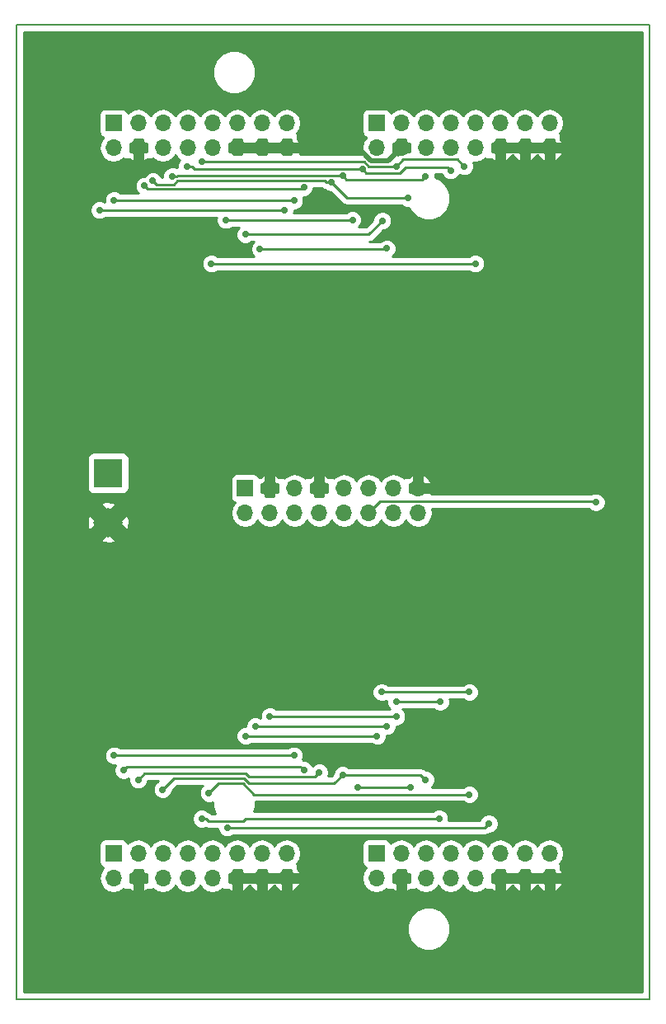
<source format=gbl>
G04 #@! TF.FileFunction,Copper,L2,Bot,Signal*
%FSLAX46Y46*%
G04 Gerber Fmt 4.6, Leading zero omitted, Abs format (unit mm)*
G04 Created by KiCad (PCBNEW 4.0.7) date 2018 February 26, Monday 17:11:22*
%MOMM*%
%LPD*%
G01*
G04 APERTURE LIST*
%ADD10C,0.100000*%
%ADD11C,0.150000*%
%ADD12R,1.700000X1.700000*%
%ADD13O,1.700000X1.700000*%
%ADD14R,3.000000X3.000000*%
%ADD15C,3.000000*%
%ADD16C,0.700000*%
%ADD17C,0.500000*%
%ADD18C,0.250000*%
%ADD19C,0.254000*%
G04 APERTURE END LIST*
D10*
D11*
X140000000Y-45000000D02*
X75000000Y-45000000D01*
X140000000Y-145000000D02*
X140000000Y-45000000D01*
X75000000Y-145000000D02*
X140000000Y-145000000D01*
X75000000Y-45000000D02*
X75000000Y-145000000D01*
D12*
X98460000Y-92560000D03*
D13*
X98460000Y-95100000D03*
X101000000Y-92560000D03*
X101000000Y-95100000D03*
X103540000Y-92560000D03*
X103540000Y-95100000D03*
X106080000Y-92560000D03*
X106080000Y-95100000D03*
X108620000Y-92560000D03*
X108620000Y-95100000D03*
X111160000Y-92560000D03*
X111160000Y-95100000D03*
X113700000Y-92560000D03*
X113700000Y-95100000D03*
X116240000Y-92560000D03*
X116240000Y-95100000D03*
D14*
X84400000Y-91000000D03*
D15*
X84400000Y-96080000D03*
D12*
X111960000Y-130060000D03*
D13*
X111960000Y-132600000D03*
X114500000Y-130060000D03*
X114500000Y-132600000D03*
X117040000Y-130060000D03*
X117040000Y-132600000D03*
X119580000Y-130060000D03*
X119580000Y-132600000D03*
X122120000Y-130060000D03*
X122120000Y-132600000D03*
X124660000Y-130060000D03*
X124660000Y-132600000D03*
X127200000Y-130060000D03*
X127200000Y-132600000D03*
X129740000Y-130060000D03*
X129740000Y-132600000D03*
D12*
X84960000Y-130060000D03*
D13*
X84960000Y-132600000D03*
X87500000Y-130060000D03*
X87500000Y-132600000D03*
X90040000Y-130060000D03*
X90040000Y-132600000D03*
X92580000Y-130060000D03*
X92580000Y-132600000D03*
X95120000Y-130060000D03*
X95120000Y-132600000D03*
X97660000Y-130060000D03*
X97660000Y-132600000D03*
X100200000Y-130060000D03*
X100200000Y-132600000D03*
X102740000Y-130060000D03*
X102740000Y-132600000D03*
D12*
X111960000Y-55060000D03*
D13*
X111960000Y-57600000D03*
X114500000Y-55060000D03*
X114500000Y-57600000D03*
X117040000Y-55060000D03*
X117040000Y-57600000D03*
X119580000Y-55060000D03*
X119580000Y-57600000D03*
X122120000Y-55060000D03*
X122120000Y-57600000D03*
X124660000Y-55060000D03*
X124660000Y-57600000D03*
X127200000Y-55060000D03*
X127200000Y-57600000D03*
X129740000Y-55060000D03*
X129740000Y-57600000D03*
D12*
X84960000Y-55060000D03*
D13*
X84960000Y-57600000D03*
X87500000Y-55060000D03*
X87500000Y-57600000D03*
X90040000Y-55060000D03*
X90040000Y-57600000D03*
X92580000Y-55060000D03*
X92580000Y-57600000D03*
X95120000Y-55060000D03*
X95120000Y-57600000D03*
X97660000Y-55060000D03*
X97660000Y-57600000D03*
X100200000Y-55060000D03*
X100200000Y-57600000D03*
X102740000Y-55060000D03*
X102740000Y-57600000D03*
D16*
X119000000Y-105500000D03*
X130500000Y-96000000D03*
X134500000Y-85500000D03*
X109500000Y-65000000D03*
X96500000Y-65000000D03*
X112000000Y-118000000D03*
X98500000Y-118000000D03*
X112568579Y-65097432D03*
X98500000Y-66500000D03*
X113000000Y-117000000D03*
X99500000Y-117000000D03*
X113021790Y-67943382D03*
X100000000Y-68000000D03*
X114000000Y-116000000D03*
X101000000Y-116000000D03*
X115177202Y-62758116D03*
X107339502Y-61153987D03*
X89000000Y-61000000D03*
X90000000Y-123500000D03*
X117000000Y-122500000D03*
X108500000Y-122000000D03*
X108500000Y-60475777D03*
X117000000Y-60500000D03*
X91000000Y-60500000D03*
X110000000Y-123321790D03*
X115500000Y-123321790D03*
X134500000Y-94000000D03*
X122120000Y-69500000D03*
X95000000Y-69500000D03*
X96625095Y-127416411D03*
X123500000Y-127000000D03*
X83500000Y-64000000D03*
X102500000Y-64000000D03*
X85000000Y-120000000D03*
X103500000Y-120000000D03*
X85000000Y-63000000D03*
X103500000Y-63000000D03*
X86000000Y-121500000D03*
X104500000Y-121500000D03*
X104500000Y-61678210D03*
X88138201Y-61500000D03*
X106082373Y-121750379D03*
X87500000Y-122500000D03*
X121000000Y-59500000D03*
X94000000Y-59000000D03*
X114000000Y-59500000D03*
X94733949Y-123862365D03*
X121500000Y-124000000D03*
X121500000Y-113500000D03*
X112500000Y-113500000D03*
X110518288Y-59795135D03*
X118401799Y-126500000D03*
X94000000Y-126500000D03*
X119580000Y-59920000D03*
X92500000Y-59500000D03*
X118500000Y-114500000D03*
X114000000Y-114500000D03*
D17*
X137500000Y-98500000D02*
X130500000Y-105500000D01*
X130500000Y-105500000D02*
X119000000Y-105500000D01*
X137500000Y-92500000D02*
X137500000Y-98500000D01*
X134500000Y-89500000D02*
X137500000Y-92500000D01*
X134500000Y-85500000D02*
X134500000Y-89500000D01*
X108500000Y-56500000D02*
X109000000Y-56500000D01*
X109000000Y-56500000D02*
X111403201Y-58903201D01*
X111403201Y-58903201D02*
X113196799Y-58903201D01*
X113196799Y-58903201D02*
X114500000Y-57600000D01*
D18*
X110620000Y-92202081D02*
X111417919Y-93000000D01*
X96500000Y-65000000D02*
X109500000Y-65000000D01*
X98500000Y-118000000D02*
X112000000Y-118000000D01*
X111166011Y-66500000D02*
X112568579Y-65097432D01*
X98500000Y-66500000D02*
X111166011Y-66500000D01*
X99500000Y-117000000D02*
X113000000Y-117000000D01*
X112965172Y-68000000D02*
X113021790Y-67943382D01*
X100000000Y-68000000D02*
X112965172Y-68000000D01*
X101000000Y-116000000D02*
X114000000Y-116000000D01*
X108943631Y-62758116D02*
X115177202Y-62758116D01*
X107339502Y-61153987D02*
X108943631Y-62758116D01*
X91153741Y-61349999D02*
X91503740Y-61000000D01*
X89000000Y-61000000D02*
X89349999Y-61349999D01*
X89349999Y-61349999D02*
X91153741Y-61349999D01*
X106844528Y-61153987D02*
X107339502Y-61153987D01*
X91503740Y-61000000D02*
X106690541Y-61000000D01*
X106690541Y-61000000D02*
X106844528Y-61153987D01*
X98906473Y-122881799D02*
X107618201Y-122881799D01*
X107618201Y-122881799D02*
X108500000Y-122000000D01*
X98346473Y-122321799D02*
X98906473Y-122881799D01*
X91178201Y-122321799D02*
X98346473Y-122321799D01*
X90000000Y-123500000D02*
X91178201Y-122321799D01*
X116500000Y-122000000D02*
X117000000Y-122500000D01*
X108500000Y-122000000D02*
X116500000Y-122000000D01*
X117000000Y-60500000D02*
X116650001Y-60849999D01*
X116650001Y-60849999D02*
X108874222Y-60849999D01*
X108874222Y-60849999D02*
X108500000Y-60475777D01*
X91519197Y-60475777D02*
X108500000Y-60475777D01*
X91494974Y-60500000D02*
X91519197Y-60475777D01*
X91000000Y-60500000D02*
X91494974Y-60500000D01*
X110000000Y-123321790D02*
X115500000Y-123321790D01*
X111160000Y-95100000D02*
X112338201Y-93921799D01*
X112338201Y-93921799D02*
X134421799Y-93921799D01*
X134421799Y-93921799D02*
X134500000Y-94000000D01*
X95000000Y-69500000D02*
X122120000Y-69500000D01*
X123083589Y-127416411D02*
X96625095Y-127416411D01*
X123500000Y-127000000D02*
X123083589Y-127416411D01*
X102500000Y-64000000D02*
X83500000Y-64000000D01*
X103500000Y-120000000D02*
X85000000Y-120000000D01*
X103500000Y-63000000D02*
X85000000Y-63000000D01*
X104150001Y-121150001D02*
X86349999Y-121150001D01*
X104500000Y-121500000D02*
X104150001Y-121150001D01*
X86349999Y-121150001D02*
X86000000Y-121500000D01*
X104328211Y-61849999D02*
X104500000Y-61678210D01*
X88488200Y-61849999D02*
X104328211Y-61849999D01*
X88138201Y-61500000D02*
X88488200Y-61849999D01*
X98869201Y-122203589D02*
X105629163Y-122203589D01*
X87500000Y-122500000D02*
X88131412Y-121868588D01*
X98534200Y-121868588D02*
X98869201Y-122203589D01*
X88131412Y-121868588D02*
X98534200Y-121868588D01*
X105629163Y-122203589D02*
X106082373Y-121750379D01*
X114000000Y-59500000D02*
X111182288Y-59500000D01*
X111182288Y-59500000D02*
X110682288Y-59000000D01*
X110682288Y-59000000D02*
X94000000Y-59000000D01*
X121000000Y-59500000D02*
X120278201Y-58778201D01*
X120278201Y-58778201D02*
X114721799Y-58778201D01*
X114721799Y-58778201D02*
X114000000Y-59500000D01*
X95714515Y-122881799D02*
X94733949Y-123862365D01*
X99383738Y-124000000D02*
X98265537Y-122881799D01*
X121500000Y-124000000D02*
X99383738Y-124000000D01*
X98265537Y-122881799D02*
X95714515Y-122881799D01*
X112500000Y-113500000D02*
X121500000Y-113500000D01*
X119230001Y-59570001D02*
X114933737Y-59570001D01*
X119580000Y-59920000D02*
X119230001Y-59570001D01*
X92994974Y-59500000D02*
X93290109Y-59795135D01*
X114933737Y-59570001D02*
X114325537Y-60178201D01*
X92500000Y-59500000D02*
X92994974Y-59500000D01*
X110901354Y-60178201D02*
X110518288Y-59795135D01*
X93290109Y-59795135D02*
X110518288Y-59795135D01*
X114325537Y-60178201D02*
X110901354Y-60178201D01*
X94000000Y-126500000D02*
X94494974Y-126500000D01*
X94494974Y-126500000D02*
X94733175Y-126738201D01*
X94733175Y-126738201D02*
X98265537Y-126738201D01*
X98265537Y-126738201D02*
X98503738Y-126500000D01*
X98503738Y-126500000D02*
X118401799Y-126500000D01*
X114000000Y-114500000D02*
X118500000Y-114500000D01*
D19*
G36*
X139290000Y-144290000D02*
X75710000Y-144290000D01*
X75710000Y-138252619D01*
X115094613Y-138252619D01*
X115434155Y-139074372D01*
X116062321Y-139703636D01*
X116883481Y-140044611D01*
X117772619Y-140045387D01*
X118594372Y-139705845D01*
X119223636Y-139077679D01*
X119564611Y-138256519D01*
X119565387Y-137367381D01*
X119225845Y-136545628D01*
X118597679Y-135916364D01*
X117776519Y-135575389D01*
X116887381Y-135574613D01*
X116065628Y-135914155D01*
X115436364Y-136542321D01*
X115095389Y-137363481D01*
X115094613Y-138252619D01*
X75710000Y-138252619D01*
X75710000Y-129210000D01*
X83462560Y-129210000D01*
X83462560Y-130910000D01*
X83506838Y-131145317D01*
X83645910Y-131361441D01*
X83858110Y-131506431D01*
X83914454Y-131517841D01*
X83909946Y-131520853D01*
X83588039Y-132002622D01*
X83475000Y-132570907D01*
X83475000Y-132629093D01*
X83588039Y-133197378D01*
X83909946Y-133679147D01*
X84391715Y-134001054D01*
X84960000Y-134114093D01*
X85528285Y-134001054D01*
X86010054Y-133679147D01*
X86015000Y-133671745D01*
X86015000Y-133743002D01*
X86564443Y-133743002D01*
X86857644Y-133938881D01*
X87075000Y-133856310D01*
X87075000Y-133025000D01*
X86650000Y-133025000D01*
X86650000Y-132175000D01*
X87075000Y-132175000D01*
X87075000Y-131750000D01*
X87925000Y-131750000D01*
X87925000Y-132175000D01*
X88350000Y-132175000D01*
X88350000Y-133025000D01*
X87925000Y-133025000D01*
X87925000Y-133856310D01*
X88142356Y-133938881D01*
X88435557Y-133743002D01*
X88985000Y-133743002D01*
X88985000Y-133671745D01*
X88989946Y-133679147D01*
X89471715Y-134001054D01*
X90040000Y-134114093D01*
X90608285Y-134001054D01*
X91090054Y-133679147D01*
X91310000Y-133349974D01*
X91529946Y-133679147D01*
X92011715Y-134001054D01*
X92580000Y-134114093D01*
X93148285Y-134001054D01*
X93630054Y-133679147D01*
X93850000Y-133349974D01*
X94069946Y-133679147D01*
X94551715Y-134001054D01*
X95120000Y-134114093D01*
X95688285Y-134001054D01*
X96170054Y-133679147D01*
X96175000Y-133671745D01*
X96175000Y-133743002D01*
X96724443Y-133743002D01*
X97017644Y-133938881D01*
X97235000Y-133856310D01*
X97235000Y-133025000D01*
X98085000Y-133025000D01*
X98085000Y-133856310D01*
X98302356Y-133938881D01*
X98651175Y-133705845D01*
X98930000Y-133334214D01*
X99208825Y-133705845D01*
X99557644Y-133938881D01*
X99775000Y-133856310D01*
X99775000Y-133025000D01*
X100625000Y-133025000D01*
X100625000Y-133856310D01*
X100842356Y-133938881D01*
X101191175Y-133705845D01*
X101470000Y-133334214D01*
X101748825Y-133705845D01*
X102097644Y-133938881D01*
X102315000Y-133856310D01*
X102315000Y-133025000D01*
X103165000Y-133025000D01*
X103165000Y-133856310D01*
X103382356Y-133938881D01*
X103731175Y-133705845D01*
X104078915Y-133242361D01*
X104004168Y-133025000D01*
X103165000Y-133025000D01*
X102315000Y-133025000D01*
X101475832Y-133025000D01*
X101470000Y-133041959D01*
X101464168Y-133025000D01*
X100625000Y-133025000D01*
X99775000Y-133025000D01*
X98935832Y-133025000D01*
X98930000Y-133041959D01*
X98924168Y-133025000D01*
X98085000Y-133025000D01*
X97235000Y-133025000D01*
X96810000Y-133025000D01*
X96810000Y-132175000D01*
X97235000Y-132175000D01*
X97235000Y-131750000D01*
X98085000Y-131750000D01*
X98085000Y-132175000D01*
X98924168Y-132175000D01*
X98930000Y-132158041D01*
X98935832Y-132175000D01*
X99775000Y-132175000D01*
X99775000Y-131750000D01*
X100625000Y-131750000D01*
X100625000Y-132175000D01*
X101464168Y-132175000D01*
X101470000Y-132158041D01*
X101475832Y-132175000D01*
X102315000Y-132175000D01*
X102315000Y-131750000D01*
X103165000Y-131750000D01*
X103165000Y-132175000D01*
X104004168Y-132175000D01*
X104078915Y-131957639D01*
X103883002Y-131696517D01*
X103883002Y-131115000D01*
X103806188Y-131115000D01*
X104111961Y-130657378D01*
X104225000Y-130089093D01*
X104225000Y-130030907D01*
X104111961Y-129462622D01*
X103943165Y-129210000D01*
X110462560Y-129210000D01*
X110462560Y-130910000D01*
X110506838Y-131145317D01*
X110645910Y-131361441D01*
X110858110Y-131506431D01*
X110914454Y-131517841D01*
X110909946Y-131520853D01*
X110588039Y-132002622D01*
X110475000Y-132570907D01*
X110475000Y-132629093D01*
X110588039Y-133197378D01*
X110909946Y-133679147D01*
X111391715Y-134001054D01*
X111960000Y-134114093D01*
X112528285Y-134001054D01*
X113010054Y-133679147D01*
X113015000Y-133671745D01*
X113015000Y-133743002D01*
X113564443Y-133743002D01*
X113857644Y-133938881D01*
X114075000Y-133856310D01*
X114075000Y-133025000D01*
X113650000Y-133025000D01*
X113650000Y-132175000D01*
X114075000Y-132175000D01*
X114075000Y-131750000D01*
X114925000Y-131750000D01*
X114925000Y-132175000D01*
X115350000Y-132175000D01*
X115350000Y-133025000D01*
X114925000Y-133025000D01*
X114925000Y-133856310D01*
X115142356Y-133938881D01*
X115435557Y-133743002D01*
X115985000Y-133743002D01*
X115985000Y-133671745D01*
X115989946Y-133679147D01*
X116471715Y-134001054D01*
X117040000Y-134114093D01*
X117608285Y-134001054D01*
X118090054Y-133679147D01*
X118310000Y-133349974D01*
X118529946Y-133679147D01*
X119011715Y-134001054D01*
X119580000Y-134114093D01*
X120148285Y-134001054D01*
X120630054Y-133679147D01*
X120850000Y-133349974D01*
X121069946Y-133679147D01*
X121551715Y-134001054D01*
X122120000Y-134114093D01*
X122688285Y-134001054D01*
X123170054Y-133679147D01*
X123175000Y-133671745D01*
X123175000Y-133743002D01*
X123724443Y-133743002D01*
X124017644Y-133938881D01*
X124235000Y-133856310D01*
X124235000Y-133025000D01*
X125085000Y-133025000D01*
X125085000Y-133856310D01*
X125302356Y-133938881D01*
X125651175Y-133705845D01*
X125930000Y-133334214D01*
X126208825Y-133705845D01*
X126557644Y-133938881D01*
X126775000Y-133856310D01*
X126775000Y-133025000D01*
X127625000Y-133025000D01*
X127625000Y-133856310D01*
X127842356Y-133938881D01*
X128191175Y-133705845D01*
X128470000Y-133334214D01*
X128748825Y-133705845D01*
X129097644Y-133938881D01*
X129315000Y-133856310D01*
X129315000Y-133025000D01*
X130165000Y-133025000D01*
X130165000Y-133856310D01*
X130382356Y-133938881D01*
X130731175Y-133705845D01*
X131078915Y-133242361D01*
X131004168Y-133025000D01*
X130165000Y-133025000D01*
X129315000Y-133025000D01*
X128475832Y-133025000D01*
X128470000Y-133041959D01*
X128464168Y-133025000D01*
X127625000Y-133025000D01*
X126775000Y-133025000D01*
X125935832Y-133025000D01*
X125930000Y-133041959D01*
X125924168Y-133025000D01*
X125085000Y-133025000D01*
X124235000Y-133025000D01*
X123810000Y-133025000D01*
X123810000Y-132175000D01*
X124235000Y-132175000D01*
X124235000Y-131750000D01*
X125085000Y-131750000D01*
X125085000Y-132175000D01*
X125924168Y-132175000D01*
X125930000Y-132158041D01*
X125935832Y-132175000D01*
X126775000Y-132175000D01*
X126775000Y-131750000D01*
X127625000Y-131750000D01*
X127625000Y-132175000D01*
X128464168Y-132175000D01*
X128470000Y-132158041D01*
X128475832Y-132175000D01*
X129315000Y-132175000D01*
X129315000Y-131750000D01*
X130165000Y-131750000D01*
X130165000Y-132175000D01*
X131004168Y-132175000D01*
X131078915Y-131957639D01*
X130883002Y-131696517D01*
X130883002Y-131115000D01*
X130806188Y-131115000D01*
X131111961Y-130657378D01*
X131225000Y-130089093D01*
X131225000Y-130030907D01*
X131111961Y-129462622D01*
X130790054Y-128980853D01*
X130308285Y-128658946D01*
X129740000Y-128545907D01*
X129171715Y-128658946D01*
X128689946Y-128980853D01*
X128470000Y-129310026D01*
X128250054Y-128980853D01*
X127768285Y-128658946D01*
X127200000Y-128545907D01*
X126631715Y-128658946D01*
X126149946Y-128980853D01*
X125930000Y-129310026D01*
X125710054Y-128980853D01*
X125228285Y-128658946D01*
X124660000Y-128545907D01*
X124091715Y-128658946D01*
X123609946Y-128980853D01*
X123390000Y-129310026D01*
X123170054Y-128980853D01*
X122688285Y-128658946D01*
X122120000Y-128545907D01*
X121551715Y-128658946D01*
X121069946Y-128980853D01*
X120850000Y-129310026D01*
X120630054Y-128980853D01*
X120148285Y-128658946D01*
X119580000Y-128545907D01*
X119011715Y-128658946D01*
X118529946Y-128980853D01*
X118310000Y-129310026D01*
X118090054Y-128980853D01*
X117608285Y-128658946D01*
X117040000Y-128545907D01*
X116471715Y-128658946D01*
X115989946Y-128980853D01*
X115770000Y-129310026D01*
X115550054Y-128980853D01*
X115068285Y-128658946D01*
X114500000Y-128545907D01*
X113931715Y-128658946D01*
X113449946Y-128980853D01*
X113422150Y-129022452D01*
X113413162Y-128974683D01*
X113274090Y-128758559D01*
X113061890Y-128613569D01*
X112810000Y-128562560D01*
X111110000Y-128562560D01*
X110874683Y-128606838D01*
X110658559Y-128745910D01*
X110513569Y-128958110D01*
X110462560Y-129210000D01*
X103943165Y-129210000D01*
X103790054Y-128980853D01*
X103308285Y-128658946D01*
X102740000Y-128545907D01*
X102171715Y-128658946D01*
X101689946Y-128980853D01*
X101470000Y-129310026D01*
X101250054Y-128980853D01*
X100768285Y-128658946D01*
X100200000Y-128545907D01*
X99631715Y-128658946D01*
X99149946Y-128980853D01*
X98930000Y-129310026D01*
X98710054Y-128980853D01*
X98228285Y-128658946D01*
X97660000Y-128545907D01*
X97091715Y-128658946D01*
X96609946Y-128980853D01*
X96390000Y-129310026D01*
X96170054Y-128980853D01*
X95688285Y-128658946D01*
X95120000Y-128545907D01*
X94551715Y-128658946D01*
X94069946Y-128980853D01*
X93850000Y-129310026D01*
X93630054Y-128980853D01*
X93148285Y-128658946D01*
X92580000Y-128545907D01*
X92011715Y-128658946D01*
X91529946Y-128980853D01*
X91310000Y-129310026D01*
X91090054Y-128980853D01*
X90608285Y-128658946D01*
X90040000Y-128545907D01*
X89471715Y-128658946D01*
X88989946Y-128980853D01*
X88770000Y-129310026D01*
X88550054Y-128980853D01*
X88068285Y-128658946D01*
X87500000Y-128545907D01*
X86931715Y-128658946D01*
X86449946Y-128980853D01*
X86422150Y-129022452D01*
X86413162Y-128974683D01*
X86274090Y-128758559D01*
X86061890Y-128613569D01*
X85810000Y-128562560D01*
X84110000Y-128562560D01*
X83874683Y-128606838D01*
X83658559Y-128745910D01*
X83513569Y-128958110D01*
X83462560Y-129210000D01*
X75710000Y-129210000D01*
X75710000Y-120195069D01*
X84014830Y-120195069D01*
X84164471Y-120557229D01*
X84441314Y-120834555D01*
X84803212Y-120984828D01*
X85147252Y-120985128D01*
X85015172Y-121303212D01*
X85014830Y-121695069D01*
X85164471Y-122057229D01*
X85441314Y-122334555D01*
X85803212Y-122484828D01*
X86195069Y-122485170D01*
X86515129Y-122352924D01*
X86514830Y-122695069D01*
X86664471Y-123057229D01*
X86941314Y-123334555D01*
X87303212Y-123484828D01*
X87695069Y-123485170D01*
X88057229Y-123335529D01*
X88334555Y-123058686D01*
X88484828Y-122696788D01*
X88484888Y-122628588D01*
X89529615Y-122628588D01*
X89442771Y-122664471D01*
X89165445Y-122941314D01*
X89015172Y-123303212D01*
X89014830Y-123695069D01*
X89164471Y-124057229D01*
X89441314Y-124334555D01*
X89803212Y-124484828D01*
X90195069Y-124485170D01*
X90557229Y-124335529D01*
X90834555Y-124058686D01*
X90984828Y-123696788D01*
X90984921Y-123589881D01*
X91493003Y-123081799D01*
X94121661Y-123081799D01*
X93899394Y-123303679D01*
X93749121Y-123665577D01*
X93748779Y-124057434D01*
X93898420Y-124419594D01*
X94175263Y-124696920D01*
X94537161Y-124847193D01*
X94929018Y-124847535D01*
X95105030Y-124774809D01*
X95104613Y-125252619D01*
X95404418Y-125978201D01*
X95047977Y-125978201D01*
X95032375Y-125962599D01*
X94785813Y-125797852D01*
X94667337Y-125774285D01*
X94558686Y-125665445D01*
X94196788Y-125515172D01*
X93804931Y-125514830D01*
X93442771Y-125664471D01*
X93165445Y-125941314D01*
X93015172Y-126303212D01*
X93014830Y-126695069D01*
X93164471Y-127057229D01*
X93441314Y-127334555D01*
X93803212Y-127484828D01*
X94195069Y-127485170D01*
X94389304Y-127404914D01*
X94442336Y-127440349D01*
X94733175Y-127498201D01*
X95640024Y-127498201D01*
X95639925Y-127611480D01*
X95789566Y-127973640D01*
X96066409Y-128250966D01*
X96428307Y-128401239D01*
X96820164Y-128401581D01*
X97182324Y-128251940D01*
X97257985Y-128176411D01*
X123083589Y-128176411D01*
X123374428Y-128118559D01*
X123574217Y-127985065D01*
X123695069Y-127985170D01*
X124057229Y-127835529D01*
X124334555Y-127558686D01*
X124484828Y-127196788D01*
X124485170Y-126804931D01*
X124335529Y-126442771D01*
X124058686Y-126165445D01*
X123696788Y-126015172D01*
X123304931Y-126014830D01*
X122942771Y-126164471D01*
X122665445Y-126441314D01*
X122576129Y-126656411D01*
X119386662Y-126656411D01*
X119386969Y-126304931D01*
X119237328Y-125942771D01*
X118960485Y-125665445D01*
X118598587Y-125515172D01*
X118206730Y-125514830D01*
X117844570Y-125664471D01*
X117768909Y-125740000D01*
X99373852Y-125740000D01*
X99574611Y-125256519D01*
X99575044Y-124760000D01*
X120866889Y-124760000D01*
X120941314Y-124834555D01*
X121303212Y-124984828D01*
X121695069Y-124985170D01*
X122057229Y-124835529D01*
X122334555Y-124558686D01*
X122484828Y-124196788D01*
X122485170Y-123804931D01*
X122335529Y-123442771D01*
X122058686Y-123165445D01*
X121696788Y-123015172D01*
X121304931Y-123014830D01*
X120942771Y-123164471D01*
X120867110Y-123240000D01*
X117652925Y-123240000D01*
X117834555Y-123058686D01*
X117984828Y-122696788D01*
X117985170Y-122304931D01*
X117835529Y-121942771D01*
X117558686Y-121665445D01*
X117196788Y-121515172D01*
X117089881Y-121515079D01*
X117037401Y-121462599D01*
X116790839Y-121297852D01*
X116500000Y-121240000D01*
X109133111Y-121240000D01*
X109058686Y-121165445D01*
X108696788Y-121015172D01*
X108304931Y-121014830D01*
X107942771Y-121164471D01*
X107665445Y-121441314D01*
X107515172Y-121803212D01*
X107515079Y-121910119D01*
X107303399Y-122121799D01*
X106994688Y-122121799D01*
X107067201Y-121947167D01*
X107067543Y-121555310D01*
X106917902Y-121193150D01*
X106641059Y-120915824D01*
X106279161Y-120765551D01*
X105887304Y-120765209D01*
X105525144Y-120914850D01*
X105382733Y-121057013D01*
X105335529Y-120942771D01*
X105058686Y-120665445D01*
X104696788Y-120515172D01*
X104541387Y-120515036D01*
X104440840Y-120447853D01*
X104385175Y-120436780D01*
X104484828Y-120196788D01*
X104485170Y-119804931D01*
X104335529Y-119442771D01*
X104058686Y-119165445D01*
X103696788Y-119015172D01*
X103304931Y-119014830D01*
X102942771Y-119164471D01*
X102867110Y-119240000D01*
X85633111Y-119240000D01*
X85558686Y-119165445D01*
X85196788Y-119015172D01*
X84804931Y-119014830D01*
X84442771Y-119164471D01*
X84165445Y-119441314D01*
X84015172Y-119803212D01*
X84014830Y-120195069D01*
X75710000Y-120195069D01*
X75710000Y-118195069D01*
X97514830Y-118195069D01*
X97664471Y-118557229D01*
X97941314Y-118834555D01*
X98303212Y-118984828D01*
X98695069Y-118985170D01*
X99057229Y-118835529D01*
X99132890Y-118760000D01*
X111366889Y-118760000D01*
X111441314Y-118834555D01*
X111803212Y-118984828D01*
X112195069Y-118985170D01*
X112557229Y-118835529D01*
X112834555Y-118558686D01*
X112984828Y-118196788D01*
X112985013Y-117984987D01*
X113195069Y-117985170D01*
X113557229Y-117835529D01*
X113834555Y-117558686D01*
X113984828Y-117196788D01*
X113985013Y-116984987D01*
X114195069Y-116985170D01*
X114557229Y-116835529D01*
X114834555Y-116558686D01*
X114984828Y-116196788D01*
X114985170Y-115804931D01*
X114835529Y-115442771D01*
X114653076Y-115260000D01*
X117866889Y-115260000D01*
X117941314Y-115334555D01*
X118303212Y-115484828D01*
X118695069Y-115485170D01*
X119057229Y-115335529D01*
X119334555Y-115058686D01*
X119484828Y-114696788D01*
X119485170Y-114304931D01*
X119466605Y-114260000D01*
X120866889Y-114260000D01*
X120941314Y-114334555D01*
X121303212Y-114484828D01*
X121695069Y-114485170D01*
X122057229Y-114335529D01*
X122334555Y-114058686D01*
X122484828Y-113696788D01*
X122485170Y-113304931D01*
X122335529Y-112942771D01*
X122058686Y-112665445D01*
X121696788Y-112515172D01*
X121304931Y-112514830D01*
X120942771Y-112664471D01*
X120867110Y-112740000D01*
X113133111Y-112740000D01*
X113058686Y-112665445D01*
X112696788Y-112515172D01*
X112304931Y-112514830D01*
X111942771Y-112664471D01*
X111665445Y-112941314D01*
X111515172Y-113303212D01*
X111514830Y-113695069D01*
X111664471Y-114057229D01*
X111941314Y-114334555D01*
X112303212Y-114484828D01*
X112695069Y-114485170D01*
X113015129Y-114352924D01*
X113014830Y-114695069D01*
X113164471Y-115057229D01*
X113346924Y-115240000D01*
X101633111Y-115240000D01*
X101558686Y-115165445D01*
X101196788Y-115015172D01*
X100804931Y-115014830D01*
X100442771Y-115164471D01*
X100165445Y-115441314D01*
X100015172Y-115803212D01*
X100014872Y-116147252D01*
X99696788Y-116015172D01*
X99304931Y-116014830D01*
X98942771Y-116164471D01*
X98665445Y-116441314D01*
X98515172Y-116803212D01*
X98514987Y-117015013D01*
X98304931Y-117014830D01*
X97942771Y-117164471D01*
X97665445Y-117441314D01*
X97515172Y-117803212D01*
X97514830Y-118195069D01*
X75710000Y-118195069D01*
X75710000Y-97935119D01*
X83605541Y-97935119D01*
X83805597Y-98174102D01*
X84652221Y-98242166D01*
X84994403Y-98174102D01*
X85194459Y-97935119D01*
X84400000Y-97140660D01*
X83605541Y-97935119D01*
X75710000Y-97935119D01*
X75710000Y-96332221D01*
X82237834Y-96332221D01*
X82305898Y-96674403D01*
X82544881Y-96874459D01*
X83339340Y-96080000D01*
X85460660Y-96080000D01*
X86255119Y-96874459D01*
X86494102Y-96674403D01*
X86562166Y-95827779D01*
X86494102Y-95485597D01*
X86255119Y-95285541D01*
X85460660Y-96080000D01*
X83339340Y-96080000D01*
X82544881Y-95285541D01*
X82305898Y-95485597D01*
X82237834Y-96332221D01*
X75710000Y-96332221D01*
X75710000Y-94224881D01*
X83605541Y-94224881D01*
X84400000Y-95019340D01*
X85194459Y-94224881D01*
X84994403Y-93985898D01*
X84147779Y-93917834D01*
X83805597Y-93985898D01*
X83605541Y-94224881D01*
X75710000Y-94224881D01*
X75710000Y-89500000D01*
X82252560Y-89500000D01*
X82252560Y-92500000D01*
X82296838Y-92735317D01*
X82435910Y-92951441D01*
X82648110Y-93096431D01*
X82900000Y-93147440D01*
X85900000Y-93147440D01*
X86135317Y-93103162D01*
X86351441Y-92964090D01*
X86496431Y-92751890D01*
X86547440Y-92500000D01*
X86547440Y-91710000D01*
X96962560Y-91710000D01*
X96962560Y-93410000D01*
X97006838Y-93645317D01*
X97145910Y-93861441D01*
X97358110Y-94006431D01*
X97414454Y-94017841D01*
X97409946Y-94020853D01*
X97088039Y-94502622D01*
X96975000Y-95070907D01*
X96975000Y-95129093D01*
X97088039Y-95697378D01*
X97409946Y-96179147D01*
X97891715Y-96501054D01*
X98460000Y-96614093D01*
X99028285Y-96501054D01*
X99510054Y-96179147D01*
X99730000Y-95849974D01*
X99949946Y-96179147D01*
X100431715Y-96501054D01*
X101000000Y-96614093D01*
X101568285Y-96501054D01*
X102050054Y-96179147D01*
X102270000Y-95849974D01*
X102489946Y-96179147D01*
X102971715Y-96501054D01*
X103540000Y-96614093D01*
X104108285Y-96501054D01*
X104590054Y-96179147D01*
X104810000Y-95849974D01*
X105029946Y-96179147D01*
X105511715Y-96501054D01*
X106080000Y-96614093D01*
X106648285Y-96501054D01*
X107130054Y-96179147D01*
X107350000Y-95849974D01*
X107569946Y-96179147D01*
X108051715Y-96501054D01*
X108620000Y-96614093D01*
X109188285Y-96501054D01*
X109670054Y-96179147D01*
X109890000Y-95849974D01*
X110109946Y-96179147D01*
X110591715Y-96501054D01*
X111160000Y-96614093D01*
X111728285Y-96501054D01*
X112210054Y-96179147D01*
X112430000Y-95849974D01*
X112649946Y-96179147D01*
X113131715Y-96501054D01*
X113700000Y-96614093D01*
X114268285Y-96501054D01*
X114750054Y-96179147D01*
X114970000Y-95849974D01*
X115189946Y-96179147D01*
X115671715Y-96501054D01*
X116240000Y-96614093D01*
X116808285Y-96501054D01*
X117290054Y-96179147D01*
X117611961Y-95697378D01*
X117725000Y-95129093D01*
X117725000Y-95070907D01*
X117647602Y-94681799D01*
X133788824Y-94681799D01*
X133941314Y-94834555D01*
X134303212Y-94984828D01*
X134695069Y-94985170D01*
X135057229Y-94835529D01*
X135334555Y-94558686D01*
X135484828Y-94196788D01*
X135485170Y-93804931D01*
X135335529Y-93442771D01*
X135058686Y-93165445D01*
X134696788Y-93015172D01*
X134304931Y-93014830D01*
X133949238Y-93161799D01*
X117564966Y-93161799D01*
X117504168Y-92985000D01*
X116665000Y-92985000D01*
X116665000Y-93161799D01*
X115815000Y-93161799D01*
X115815000Y-92985000D01*
X115390000Y-92985000D01*
X115390000Y-92135000D01*
X115815000Y-92135000D01*
X115815000Y-91303690D01*
X116665000Y-91303690D01*
X116665000Y-92135000D01*
X117504168Y-92135000D01*
X117578915Y-91917639D01*
X117231175Y-91454155D01*
X116882356Y-91221119D01*
X116665000Y-91303690D01*
X115815000Y-91303690D01*
X115597644Y-91221119D01*
X115304443Y-91416998D01*
X114755000Y-91416998D01*
X114755000Y-91488255D01*
X114750054Y-91480853D01*
X114268285Y-91158946D01*
X113700000Y-91045907D01*
X113131715Y-91158946D01*
X112649946Y-91480853D01*
X112430000Y-91810026D01*
X112210054Y-91480853D01*
X111728285Y-91158946D01*
X111160000Y-91045907D01*
X110591715Y-91158946D01*
X110109946Y-91480853D01*
X109890000Y-91810026D01*
X109670054Y-91480853D01*
X109188285Y-91158946D01*
X108620000Y-91045907D01*
X108051715Y-91158946D01*
X107569946Y-91480853D01*
X107565000Y-91488255D01*
X107565000Y-91416998D01*
X107015557Y-91416998D01*
X106722356Y-91221119D01*
X106505000Y-91303690D01*
X106505000Y-92135000D01*
X106930000Y-92135000D01*
X106930000Y-92985000D01*
X106505000Y-92985000D01*
X106505000Y-93410000D01*
X105655000Y-93410000D01*
X105655000Y-92985000D01*
X105230000Y-92985000D01*
X105230000Y-92135000D01*
X105655000Y-92135000D01*
X105655000Y-91303690D01*
X105437644Y-91221119D01*
X105144443Y-91416998D01*
X104595000Y-91416998D01*
X104595000Y-91488255D01*
X104590054Y-91480853D01*
X104108285Y-91158946D01*
X103540000Y-91045907D01*
X102971715Y-91158946D01*
X102489946Y-91480853D01*
X102485000Y-91488255D01*
X102485000Y-91416998D01*
X101935557Y-91416998D01*
X101642356Y-91221119D01*
X101425000Y-91303690D01*
X101425000Y-92135000D01*
X101850000Y-92135000D01*
X101850000Y-92985000D01*
X101425000Y-92985000D01*
X101425000Y-93410000D01*
X100575000Y-93410000D01*
X100575000Y-92985000D01*
X100150000Y-92985000D01*
X100150000Y-92135000D01*
X100575000Y-92135000D01*
X100575000Y-91303690D01*
X100357644Y-91221119D01*
X100064443Y-91416998D01*
X99876043Y-91416998D01*
X99774090Y-91258559D01*
X99561890Y-91113569D01*
X99310000Y-91062560D01*
X97610000Y-91062560D01*
X97374683Y-91106838D01*
X97158559Y-91245910D01*
X97013569Y-91458110D01*
X96962560Y-91710000D01*
X86547440Y-91710000D01*
X86547440Y-89500000D01*
X86503162Y-89264683D01*
X86364090Y-89048559D01*
X86151890Y-88903569D01*
X85900000Y-88852560D01*
X82900000Y-88852560D01*
X82664683Y-88896838D01*
X82448559Y-89035910D01*
X82303569Y-89248110D01*
X82252560Y-89500000D01*
X75710000Y-89500000D01*
X75710000Y-64195069D01*
X82514830Y-64195069D01*
X82664471Y-64557229D01*
X82941314Y-64834555D01*
X83303212Y-64984828D01*
X83695069Y-64985170D01*
X84057229Y-64835529D01*
X84132890Y-64760000D01*
X95533115Y-64760000D01*
X95515172Y-64803212D01*
X95514830Y-65195069D01*
X95664471Y-65557229D01*
X95941314Y-65834555D01*
X96303212Y-65984828D01*
X96695069Y-65985170D01*
X97057229Y-65835529D01*
X97132890Y-65760000D01*
X97847075Y-65760000D01*
X97665445Y-65941314D01*
X97515172Y-66303212D01*
X97514830Y-66695069D01*
X97664471Y-67057229D01*
X97941314Y-67334555D01*
X98303212Y-67484828D01*
X98695069Y-67485170D01*
X99057229Y-67335529D01*
X99132890Y-67260000D01*
X99347075Y-67260000D01*
X99165445Y-67441314D01*
X99015172Y-67803212D01*
X99014830Y-68195069D01*
X99164471Y-68557229D01*
X99346924Y-68740000D01*
X95633111Y-68740000D01*
X95558686Y-68665445D01*
X95196788Y-68515172D01*
X94804931Y-68514830D01*
X94442771Y-68664471D01*
X94165445Y-68941314D01*
X94015172Y-69303212D01*
X94014830Y-69695069D01*
X94164471Y-70057229D01*
X94441314Y-70334555D01*
X94803212Y-70484828D01*
X95195069Y-70485170D01*
X95557229Y-70335529D01*
X95632890Y-70260000D01*
X121486889Y-70260000D01*
X121561314Y-70334555D01*
X121923212Y-70484828D01*
X122315069Y-70485170D01*
X122677229Y-70335529D01*
X122954555Y-70058686D01*
X123104828Y-69696788D01*
X123105170Y-69304931D01*
X122955529Y-68942771D01*
X122678686Y-68665445D01*
X122316788Y-68515172D01*
X121924931Y-68514830D01*
X121562771Y-68664471D01*
X121487110Y-68740000D01*
X113617998Y-68740000D01*
X113856345Y-68502068D01*
X114006618Y-68140170D01*
X114006960Y-67748313D01*
X113857319Y-67386153D01*
X113580476Y-67108827D01*
X113218578Y-66958554D01*
X112826721Y-66958212D01*
X112464561Y-67107853D01*
X112332183Y-67240000D01*
X111266557Y-67240000D01*
X111456850Y-67202148D01*
X111703412Y-67037401D01*
X112658303Y-66082510D01*
X112763648Y-66082602D01*
X113125808Y-65932961D01*
X113403134Y-65656118D01*
X113553407Y-65294220D01*
X113553749Y-64902363D01*
X113404108Y-64540203D01*
X113127265Y-64262877D01*
X112765367Y-64112604D01*
X112373510Y-64112262D01*
X112011350Y-64261903D01*
X111734024Y-64538746D01*
X111583751Y-64900644D01*
X111583658Y-65007551D01*
X110851209Y-65740000D01*
X110152925Y-65740000D01*
X110334555Y-65558686D01*
X110484828Y-65196788D01*
X110485170Y-64804931D01*
X110335529Y-64442771D01*
X110058686Y-64165445D01*
X109696788Y-64015172D01*
X109304931Y-64014830D01*
X108942771Y-64164471D01*
X108867110Y-64240000D01*
X103466885Y-64240000D01*
X103484828Y-64196788D01*
X103485013Y-63984987D01*
X103695069Y-63985170D01*
X104057229Y-63835529D01*
X104334555Y-63558686D01*
X104484828Y-63196788D01*
X104485170Y-62804931D01*
X104426586Y-62663146D01*
X104695069Y-62663380D01*
X105057229Y-62513739D01*
X105334555Y-62236896D01*
X105484828Y-61874998D01*
X105484928Y-61760000D01*
X106409812Y-61760000D01*
X106429699Y-61773288D01*
X106553689Y-61856135D01*
X106672165Y-61879702D01*
X106780816Y-61988542D01*
X107142714Y-62138815D01*
X107249621Y-62138908D01*
X108406230Y-63295517D01*
X108652792Y-63460264D01*
X108943631Y-63518116D01*
X114544091Y-63518116D01*
X114618516Y-63592671D01*
X114980414Y-63742944D01*
X115301459Y-63743224D01*
X115434155Y-64064372D01*
X116062321Y-64693636D01*
X116883481Y-65034611D01*
X117772619Y-65035387D01*
X118594372Y-64695845D01*
X119223636Y-64067679D01*
X119564611Y-63246519D01*
X119565387Y-62357381D01*
X119225845Y-61535628D01*
X118597679Y-60906364D01*
X117984867Y-60651903D01*
X117985148Y-60330001D01*
X118683638Y-60330001D01*
X118744471Y-60477229D01*
X119021314Y-60754555D01*
X119383212Y-60904828D01*
X119775069Y-60905170D01*
X120137229Y-60755529D01*
X120414555Y-60478686D01*
X120469537Y-60346274D01*
X120803212Y-60484828D01*
X121195069Y-60485170D01*
X121557229Y-60335529D01*
X121834555Y-60058686D01*
X121984828Y-59696788D01*
X121985170Y-59304931D01*
X121887183Y-59067783D01*
X122120000Y-59114093D01*
X122688285Y-59001054D01*
X123170054Y-58679147D01*
X123175000Y-58671745D01*
X123175000Y-58743002D01*
X123724443Y-58743002D01*
X124017644Y-58938881D01*
X124235000Y-58856310D01*
X124235000Y-58025000D01*
X125085000Y-58025000D01*
X125085000Y-58856310D01*
X125302356Y-58938881D01*
X125651175Y-58705845D01*
X125930000Y-58334214D01*
X126208825Y-58705845D01*
X126557644Y-58938881D01*
X126775000Y-58856310D01*
X126775000Y-58025000D01*
X127625000Y-58025000D01*
X127625000Y-58856310D01*
X127842356Y-58938881D01*
X128191175Y-58705845D01*
X128470000Y-58334214D01*
X128748825Y-58705845D01*
X129097644Y-58938881D01*
X129315000Y-58856310D01*
X129315000Y-58025000D01*
X130165000Y-58025000D01*
X130165000Y-58856310D01*
X130382356Y-58938881D01*
X130731175Y-58705845D01*
X131078915Y-58242361D01*
X131004168Y-58025000D01*
X130165000Y-58025000D01*
X129315000Y-58025000D01*
X128475832Y-58025000D01*
X128470000Y-58041959D01*
X128464168Y-58025000D01*
X127625000Y-58025000D01*
X126775000Y-58025000D01*
X125935832Y-58025000D01*
X125930000Y-58041959D01*
X125924168Y-58025000D01*
X125085000Y-58025000D01*
X124235000Y-58025000D01*
X123810000Y-58025000D01*
X123810000Y-57175000D01*
X124235000Y-57175000D01*
X124235000Y-56750000D01*
X125085000Y-56750000D01*
X125085000Y-57175000D01*
X125924168Y-57175000D01*
X125930000Y-57158041D01*
X125935832Y-57175000D01*
X126775000Y-57175000D01*
X126775000Y-56750000D01*
X127625000Y-56750000D01*
X127625000Y-57175000D01*
X128464168Y-57175000D01*
X128470000Y-57158041D01*
X128475832Y-57175000D01*
X129315000Y-57175000D01*
X129315000Y-56750000D01*
X130165000Y-56750000D01*
X130165000Y-57175000D01*
X131004168Y-57175000D01*
X131078915Y-56957639D01*
X130883002Y-56696517D01*
X130883002Y-56115000D01*
X130806188Y-56115000D01*
X131111961Y-55657378D01*
X131225000Y-55089093D01*
X131225000Y-55030907D01*
X131111961Y-54462622D01*
X130790054Y-53980853D01*
X130308285Y-53658946D01*
X129740000Y-53545907D01*
X129171715Y-53658946D01*
X128689946Y-53980853D01*
X128470000Y-54310026D01*
X128250054Y-53980853D01*
X127768285Y-53658946D01*
X127200000Y-53545907D01*
X126631715Y-53658946D01*
X126149946Y-53980853D01*
X125930000Y-54310026D01*
X125710054Y-53980853D01*
X125228285Y-53658946D01*
X124660000Y-53545907D01*
X124091715Y-53658946D01*
X123609946Y-53980853D01*
X123390000Y-54310026D01*
X123170054Y-53980853D01*
X122688285Y-53658946D01*
X122120000Y-53545907D01*
X121551715Y-53658946D01*
X121069946Y-53980853D01*
X120850000Y-54310026D01*
X120630054Y-53980853D01*
X120148285Y-53658946D01*
X119580000Y-53545907D01*
X119011715Y-53658946D01*
X118529946Y-53980853D01*
X118310000Y-54310026D01*
X118090054Y-53980853D01*
X117608285Y-53658946D01*
X117040000Y-53545907D01*
X116471715Y-53658946D01*
X115989946Y-53980853D01*
X115770000Y-54310026D01*
X115550054Y-53980853D01*
X115068285Y-53658946D01*
X114500000Y-53545907D01*
X113931715Y-53658946D01*
X113449946Y-53980853D01*
X113422150Y-54022452D01*
X113413162Y-53974683D01*
X113274090Y-53758559D01*
X113061890Y-53613569D01*
X112810000Y-53562560D01*
X111110000Y-53562560D01*
X110874683Y-53606838D01*
X110658559Y-53745910D01*
X110513569Y-53958110D01*
X110462560Y-54210000D01*
X110462560Y-55910000D01*
X110506838Y-56145317D01*
X110645910Y-56361441D01*
X110858110Y-56506431D01*
X110914454Y-56517841D01*
X110909946Y-56520853D01*
X110588039Y-57002622D01*
X110475000Y-57570907D01*
X110475000Y-57629093D01*
X110588039Y-58197378D01*
X110616518Y-58240000D01*
X104078103Y-58240000D01*
X104004168Y-58025000D01*
X103165000Y-58025000D01*
X103165000Y-58240000D01*
X102315000Y-58240000D01*
X102315000Y-58025000D01*
X101475832Y-58025000D01*
X101470000Y-58041959D01*
X101464168Y-58025000D01*
X100625000Y-58025000D01*
X100625000Y-58240000D01*
X99775000Y-58240000D01*
X99775000Y-58025000D01*
X98935832Y-58025000D01*
X98930000Y-58041959D01*
X98924168Y-58025000D01*
X98085000Y-58025000D01*
X98085000Y-58240000D01*
X97235000Y-58240000D01*
X97235000Y-58025000D01*
X96810000Y-58025000D01*
X96810000Y-57175000D01*
X97235000Y-57175000D01*
X97235000Y-56750000D01*
X98085000Y-56750000D01*
X98085000Y-57175000D01*
X98924168Y-57175000D01*
X98930000Y-57158041D01*
X98935832Y-57175000D01*
X99775000Y-57175000D01*
X99775000Y-56750000D01*
X100625000Y-56750000D01*
X100625000Y-57175000D01*
X101464168Y-57175000D01*
X101470000Y-57158041D01*
X101475832Y-57175000D01*
X102315000Y-57175000D01*
X102315000Y-56750000D01*
X103165000Y-56750000D01*
X103165000Y-57175000D01*
X104004168Y-57175000D01*
X104078915Y-56957639D01*
X103883002Y-56696517D01*
X103883002Y-56115000D01*
X103806188Y-56115000D01*
X104111961Y-55657378D01*
X104225000Y-55089093D01*
X104225000Y-55030907D01*
X104111961Y-54462622D01*
X103790054Y-53980853D01*
X103308285Y-53658946D01*
X102740000Y-53545907D01*
X102171715Y-53658946D01*
X101689946Y-53980853D01*
X101470000Y-54310026D01*
X101250054Y-53980853D01*
X100768285Y-53658946D01*
X100200000Y-53545907D01*
X99631715Y-53658946D01*
X99149946Y-53980853D01*
X98930000Y-54310026D01*
X98710054Y-53980853D01*
X98228285Y-53658946D01*
X97660000Y-53545907D01*
X97091715Y-53658946D01*
X96609946Y-53980853D01*
X96390000Y-54310026D01*
X96170054Y-53980853D01*
X95688285Y-53658946D01*
X95120000Y-53545907D01*
X94551715Y-53658946D01*
X94069946Y-53980853D01*
X93850000Y-54310026D01*
X93630054Y-53980853D01*
X93148285Y-53658946D01*
X92580000Y-53545907D01*
X92011715Y-53658946D01*
X91529946Y-53980853D01*
X91310000Y-54310026D01*
X91090054Y-53980853D01*
X90608285Y-53658946D01*
X90040000Y-53545907D01*
X89471715Y-53658946D01*
X88989946Y-53980853D01*
X88770000Y-54310026D01*
X88550054Y-53980853D01*
X88068285Y-53658946D01*
X87500000Y-53545907D01*
X86931715Y-53658946D01*
X86449946Y-53980853D01*
X86422150Y-54022452D01*
X86413162Y-53974683D01*
X86274090Y-53758559D01*
X86061890Y-53613569D01*
X85810000Y-53562560D01*
X84110000Y-53562560D01*
X83874683Y-53606838D01*
X83658559Y-53745910D01*
X83513569Y-53958110D01*
X83462560Y-54210000D01*
X83462560Y-55910000D01*
X83506838Y-56145317D01*
X83645910Y-56361441D01*
X83858110Y-56506431D01*
X83914454Y-56517841D01*
X83909946Y-56520853D01*
X83588039Y-57002622D01*
X83475000Y-57570907D01*
X83475000Y-57629093D01*
X83588039Y-58197378D01*
X83909946Y-58679147D01*
X84391715Y-59001054D01*
X84960000Y-59114093D01*
X85528285Y-59001054D01*
X86010054Y-58679147D01*
X86015000Y-58671745D01*
X86015000Y-58743002D01*
X86564443Y-58743002D01*
X86857644Y-58938881D01*
X87075000Y-58856310D01*
X87075000Y-58025000D01*
X86650000Y-58025000D01*
X86650000Y-57175000D01*
X87075000Y-57175000D01*
X87075000Y-56750000D01*
X87925000Y-56750000D01*
X87925000Y-57175000D01*
X88350000Y-57175000D01*
X88350000Y-58025000D01*
X87925000Y-58025000D01*
X87925000Y-58856310D01*
X88142356Y-58938881D01*
X88435557Y-58743002D01*
X88985000Y-58743002D01*
X88985000Y-58671745D01*
X88989946Y-58679147D01*
X89471715Y-59001054D01*
X90040000Y-59114093D01*
X90608285Y-59001054D01*
X91090054Y-58679147D01*
X91310000Y-58349974D01*
X91529946Y-58679147D01*
X91768437Y-58838501D01*
X91665445Y-58941314D01*
X91515172Y-59303212D01*
X91514872Y-59647252D01*
X91196788Y-59515172D01*
X90804931Y-59514830D01*
X90442771Y-59664471D01*
X90165445Y-59941314D01*
X90015172Y-60303212D01*
X90014922Y-60589999D01*
X89896362Y-60589999D01*
X89835529Y-60442771D01*
X89558686Y-60165445D01*
X89196788Y-60015172D01*
X88804931Y-60014830D01*
X88442771Y-60164471D01*
X88165445Y-60441314D01*
X88134849Y-60514997D01*
X87943132Y-60514830D01*
X87580972Y-60664471D01*
X87303646Y-60941314D01*
X87153373Y-61303212D01*
X87153031Y-61695069D01*
X87302672Y-62057229D01*
X87485125Y-62240000D01*
X85633111Y-62240000D01*
X85558686Y-62165445D01*
X85196788Y-62015172D01*
X84804931Y-62014830D01*
X84442771Y-62164471D01*
X84165445Y-62441314D01*
X84015172Y-62803212D01*
X84014872Y-63147252D01*
X83696788Y-63015172D01*
X83304931Y-63014830D01*
X82942771Y-63164471D01*
X82665445Y-63441314D01*
X82515172Y-63803212D01*
X82514830Y-64195069D01*
X75710000Y-64195069D01*
X75710000Y-50262619D01*
X95104613Y-50262619D01*
X95444155Y-51084372D01*
X96072321Y-51713636D01*
X96893481Y-52054611D01*
X97782619Y-52055387D01*
X98604372Y-51715845D01*
X99233636Y-51087679D01*
X99574611Y-50266519D01*
X99575387Y-49377381D01*
X99235845Y-48555628D01*
X98607679Y-47926364D01*
X97786519Y-47585389D01*
X96897381Y-47584613D01*
X96075628Y-47924155D01*
X95446364Y-48552321D01*
X95105389Y-49373481D01*
X95104613Y-50262619D01*
X75710000Y-50262619D01*
X75710000Y-45710000D01*
X139290000Y-45710000D01*
X139290000Y-144290000D01*
X139290000Y-144290000D01*
G37*
X139290000Y-144290000D02*
X75710000Y-144290000D01*
X75710000Y-138252619D01*
X115094613Y-138252619D01*
X115434155Y-139074372D01*
X116062321Y-139703636D01*
X116883481Y-140044611D01*
X117772619Y-140045387D01*
X118594372Y-139705845D01*
X119223636Y-139077679D01*
X119564611Y-138256519D01*
X119565387Y-137367381D01*
X119225845Y-136545628D01*
X118597679Y-135916364D01*
X117776519Y-135575389D01*
X116887381Y-135574613D01*
X116065628Y-135914155D01*
X115436364Y-136542321D01*
X115095389Y-137363481D01*
X115094613Y-138252619D01*
X75710000Y-138252619D01*
X75710000Y-129210000D01*
X83462560Y-129210000D01*
X83462560Y-130910000D01*
X83506838Y-131145317D01*
X83645910Y-131361441D01*
X83858110Y-131506431D01*
X83914454Y-131517841D01*
X83909946Y-131520853D01*
X83588039Y-132002622D01*
X83475000Y-132570907D01*
X83475000Y-132629093D01*
X83588039Y-133197378D01*
X83909946Y-133679147D01*
X84391715Y-134001054D01*
X84960000Y-134114093D01*
X85528285Y-134001054D01*
X86010054Y-133679147D01*
X86015000Y-133671745D01*
X86015000Y-133743002D01*
X86564443Y-133743002D01*
X86857644Y-133938881D01*
X87075000Y-133856310D01*
X87075000Y-133025000D01*
X86650000Y-133025000D01*
X86650000Y-132175000D01*
X87075000Y-132175000D01*
X87075000Y-131750000D01*
X87925000Y-131750000D01*
X87925000Y-132175000D01*
X88350000Y-132175000D01*
X88350000Y-133025000D01*
X87925000Y-133025000D01*
X87925000Y-133856310D01*
X88142356Y-133938881D01*
X88435557Y-133743002D01*
X88985000Y-133743002D01*
X88985000Y-133671745D01*
X88989946Y-133679147D01*
X89471715Y-134001054D01*
X90040000Y-134114093D01*
X90608285Y-134001054D01*
X91090054Y-133679147D01*
X91310000Y-133349974D01*
X91529946Y-133679147D01*
X92011715Y-134001054D01*
X92580000Y-134114093D01*
X93148285Y-134001054D01*
X93630054Y-133679147D01*
X93850000Y-133349974D01*
X94069946Y-133679147D01*
X94551715Y-134001054D01*
X95120000Y-134114093D01*
X95688285Y-134001054D01*
X96170054Y-133679147D01*
X96175000Y-133671745D01*
X96175000Y-133743002D01*
X96724443Y-133743002D01*
X97017644Y-133938881D01*
X97235000Y-133856310D01*
X97235000Y-133025000D01*
X98085000Y-133025000D01*
X98085000Y-133856310D01*
X98302356Y-133938881D01*
X98651175Y-133705845D01*
X98930000Y-133334214D01*
X99208825Y-133705845D01*
X99557644Y-133938881D01*
X99775000Y-133856310D01*
X99775000Y-133025000D01*
X100625000Y-133025000D01*
X100625000Y-133856310D01*
X100842356Y-133938881D01*
X101191175Y-133705845D01*
X101470000Y-133334214D01*
X101748825Y-133705845D01*
X102097644Y-133938881D01*
X102315000Y-133856310D01*
X102315000Y-133025000D01*
X103165000Y-133025000D01*
X103165000Y-133856310D01*
X103382356Y-133938881D01*
X103731175Y-133705845D01*
X104078915Y-133242361D01*
X104004168Y-133025000D01*
X103165000Y-133025000D01*
X102315000Y-133025000D01*
X101475832Y-133025000D01*
X101470000Y-133041959D01*
X101464168Y-133025000D01*
X100625000Y-133025000D01*
X99775000Y-133025000D01*
X98935832Y-133025000D01*
X98930000Y-133041959D01*
X98924168Y-133025000D01*
X98085000Y-133025000D01*
X97235000Y-133025000D01*
X96810000Y-133025000D01*
X96810000Y-132175000D01*
X97235000Y-132175000D01*
X97235000Y-131750000D01*
X98085000Y-131750000D01*
X98085000Y-132175000D01*
X98924168Y-132175000D01*
X98930000Y-132158041D01*
X98935832Y-132175000D01*
X99775000Y-132175000D01*
X99775000Y-131750000D01*
X100625000Y-131750000D01*
X100625000Y-132175000D01*
X101464168Y-132175000D01*
X101470000Y-132158041D01*
X101475832Y-132175000D01*
X102315000Y-132175000D01*
X102315000Y-131750000D01*
X103165000Y-131750000D01*
X103165000Y-132175000D01*
X104004168Y-132175000D01*
X104078915Y-131957639D01*
X103883002Y-131696517D01*
X103883002Y-131115000D01*
X103806188Y-131115000D01*
X104111961Y-130657378D01*
X104225000Y-130089093D01*
X104225000Y-130030907D01*
X104111961Y-129462622D01*
X103943165Y-129210000D01*
X110462560Y-129210000D01*
X110462560Y-130910000D01*
X110506838Y-131145317D01*
X110645910Y-131361441D01*
X110858110Y-131506431D01*
X110914454Y-131517841D01*
X110909946Y-131520853D01*
X110588039Y-132002622D01*
X110475000Y-132570907D01*
X110475000Y-132629093D01*
X110588039Y-133197378D01*
X110909946Y-133679147D01*
X111391715Y-134001054D01*
X111960000Y-134114093D01*
X112528285Y-134001054D01*
X113010054Y-133679147D01*
X113015000Y-133671745D01*
X113015000Y-133743002D01*
X113564443Y-133743002D01*
X113857644Y-133938881D01*
X114075000Y-133856310D01*
X114075000Y-133025000D01*
X113650000Y-133025000D01*
X113650000Y-132175000D01*
X114075000Y-132175000D01*
X114075000Y-131750000D01*
X114925000Y-131750000D01*
X114925000Y-132175000D01*
X115350000Y-132175000D01*
X115350000Y-133025000D01*
X114925000Y-133025000D01*
X114925000Y-133856310D01*
X115142356Y-133938881D01*
X115435557Y-133743002D01*
X115985000Y-133743002D01*
X115985000Y-133671745D01*
X115989946Y-133679147D01*
X116471715Y-134001054D01*
X117040000Y-134114093D01*
X117608285Y-134001054D01*
X118090054Y-133679147D01*
X118310000Y-133349974D01*
X118529946Y-133679147D01*
X119011715Y-134001054D01*
X119580000Y-134114093D01*
X120148285Y-134001054D01*
X120630054Y-133679147D01*
X120850000Y-133349974D01*
X121069946Y-133679147D01*
X121551715Y-134001054D01*
X122120000Y-134114093D01*
X122688285Y-134001054D01*
X123170054Y-133679147D01*
X123175000Y-133671745D01*
X123175000Y-133743002D01*
X123724443Y-133743002D01*
X124017644Y-133938881D01*
X124235000Y-133856310D01*
X124235000Y-133025000D01*
X125085000Y-133025000D01*
X125085000Y-133856310D01*
X125302356Y-133938881D01*
X125651175Y-133705845D01*
X125930000Y-133334214D01*
X126208825Y-133705845D01*
X126557644Y-133938881D01*
X126775000Y-133856310D01*
X126775000Y-133025000D01*
X127625000Y-133025000D01*
X127625000Y-133856310D01*
X127842356Y-133938881D01*
X128191175Y-133705845D01*
X128470000Y-133334214D01*
X128748825Y-133705845D01*
X129097644Y-133938881D01*
X129315000Y-133856310D01*
X129315000Y-133025000D01*
X130165000Y-133025000D01*
X130165000Y-133856310D01*
X130382356Y-133938881D01*
X130731175Y-133705845D01*
X131078915Y-133242361D01*
X131004168Y-133025000D01*
X130165000Y-133025000D01*
X129315000Y-133025000D01*
X128475832Y-133025000D01*
X128470000Y-133041959D01*
X128464168Y-133025000D01*
X127625000Y-133025000D01*
X126775000Y-133025000D01*
X125935832Y-133025000D01*
X125930000Y-133041959D01*
X125924168Y-133025000D01*
X125085000Y-133025000D01*
X124235000Y-133025000D01*
X123810000Y-133025000D01*
X123810000Y-132175000D01*
X124235000Y-132175000D01*
X124235000Y-131750000D01*
X125085000Y-131750000D01*
X125085000Y-132175000D01*
X125924168Y-132175000D01*
X125930000Y-132158041D01*
X125935832Y-132175000D01*
X126775000Y-132175000D01*
X126775000Y-131750000D01*
X127625000Y-131750000D01*
X127625000Y-132175000D01*
X128464168Y-132175000D01*
X128470000Y-132158041D01*
X128475832Y-132175000D01*
X129315000Y-132175000D01*
X129315000Y-131750000D01*
X130165000Y-131750000D01*
X130165000Y-132175000D01*
X131004168Y-132175000D01*
X131078915Y-131957639D01*
X130883002Y-131696517D01*
X130883002Y-131115000D01*
X130806188Y-131115000D01*
X131111961Y-130657378D01*
X131225000Y-130089093D01*
X131225000Y-130030907D01*
X131111961Y-129462622D01*
X130790054Y-128980853D01*
X130308285Y-128658946D01*
X129740000Y-128545907D01*
X129171715Y-128658946D01*
X128689946Y-128980853D01*
X128470000Y-129310026D01*
X128250054Y-128980853D01*
X127768285Y-128658946D01*
X127200000Y-128545907D01*
X126631715Y-128658946D01*
X126149946Y-128980853D01*
X125930000Y-129310026D01*
X125710054Y-128980853D01*
X125228285Y-128658946D01*
X124660000Y-128545907D01*
X124091715Y-128658946D01*
X123609946Y-128980853D01*
X123390000Y-129310026D01*
X123170054Y-128980853D01*
X122688285Y-128658946D01*
X122120000Y-128545907D01*
X121551715Y-128658946D01*
X121069946Y-128980853D01*
X120850000Y-129310026D01*
X120630054Y-128980853D01*
X120148285Y-128658946D01*
X119580000Y-128545907D01*
X119011715Y-128658946D01*
X118529946Y-128980853D01*
X118310000Y-129310026D01*
X118090054Y-128980853D01*
X117608285Y-128658946D01*
X117040000Y-128545907D01*
X116471715Y-128658946D01*
X115989946Y-128980853D01*
X115770000Y-129310026D01*
X115550054Y-128980853D01*
X115068285Y-128658946D01*
X114500000Y-128545907D01*
X113931715Y-128658946D01*
X113449946Y-128980853D01*
X113422150Y-129022452D01*
X113413162Y-128974683D01*
X113274090Y-128758559D01*
X113061890Y-128613569D01*
X112810000Y-128562560D01*
X111110000Y-128562560D01*
X110874683Y-128606838D01*
X110658559Y-128745910D01*
X110513569Y-128958110D01*
X110462560Y-129210000D01*
X103943165Y-129210000D01*
X103790054Y-128980853D01*
X103308285Y-128658946D01*
X102740000Y-128545907D01*
X102171715Y-128658946D01*
X101689946Y-128980853D01*
X101470000Y-129310026D01*
X101250054Y-128980853D01*
X100768285Y-128658946D01*
X100200000Y-128545907D01*
X99631715Y-128658946D01*
X99149946Y-128980853D01*
X98930000Y-129310026D01*
X98710054Y-128980853D01*
X98228285Y-128658946D01*
X97660000Y-128545907D01*
X97091715Y-128658946D01*
X96609946Y-128980853D01*
X96390000Y-129310026D01*
X96170054Y-128980853D01*
X95688285Y-128658946D01*
X95120000Y-128545907D01*
X94551715Y-128658946D01*
X94069946Y-128980853D01*
X93850000Y-129310026D01*
X93630054Y-128980853D01*
X93148285Y-128658946D01*
X92580000Y-128545907D01*
X92011715Y-128658946D01*
X91529946Y-128980853D01*
X91310000Y-129310026D01*
X91090054Y-128980853D01*
X90608285Y-128658946D01*
X90040000Y-128545907D01*
X89471715Y-128658946D01*
X88989946Y-128980853D01*
X88770000Y-129310026D01*
X88550054Y-128980853D01*
X88068285Y-128658946D01*
X87500000Y-128545907D01*
X86931715Y-128658946D01*
X86449946Y-128980853D01*
X86422150Y-129022452D01*
X86413162Y-128974683D01*
X86274090Y-128758559D01*
X86061890Y-128613569D01*
X85810000Y-128562560D01*
X84110000Y-128562560D01*
X83874683Y-128606838D01*
X83658559Y-128745910D01*
X83513569Y-128958110D01*
X83462560Y-129210000D01*
X75710000Y-129210000D01*
X75710000Y-120195069D01*
X84014830Y-120195069D01*
X84164471Y-120557229D01*
X84441314Y-120834555D01*
X84803212Y-120984828D01*
X85147252Y-120985128D01*
X85015172Y-121303212D01*
X85014830Y-121695069D01*
X85164471Y-122057229D01*
X85441314Y-122334555D01*
X85803212Y-122484828D01*
X86195069Y-122485170D01*
X86515129Y-122352924D01*
X86514830Y-122695069D01*
X86664471Y-123057229D01*
X86941314Y-123334555D01*
X87303212Y-123484828D01*
X87695069Y-123485170D01*
X88057229Y-123335529D01*
X88334555Y-123058686D01*
X88484828Y-122696788D01*
X88484888Y-122628588D01*
X89529615Y-122628588D01*
X89442771Y-122664471D01*
X89165445Y-122941314D01*
X89015172Y-123303212D01*
X89014830Y-123695069D01*
X89164471Y-124057229D01*
X89441314Y-124334555D01*
X89803212Y-124484828D01*
X90195069Y-124485170D01*
X90557229Y-124335529D01*
X90834555Y-124058686D01*
X90984828Y-123696788D01*
X90984921Y-123589881D01*
X91493003Y-123081799D01*
X94121661Y-123081799D01*
X93899394Y-123303679D01*
X93749121Y-123665577D01*
X93748779Y-124057434D01*
X93898420Y-124419594D01*
X94175263Y-124696920D01*
X94537161Y-124847193D01*
X94929018Y-124847535D01*
X95105030Y-124774809D01*
X95104613Y-125252619D01*
X95404418Y-125978201D01*
X95047977Y-125978201D01*
X95032375Y-125962599D01*
X94785813Y-125797852D01*
X94667337Y-125774285D01*
X94558686Y-125665445D01*
X94196788Y-125515172D01*
X93804931Y-125514830D01*
X93442771Y-125664471D01*
X93165445Y-125941314D01*
X93015172Y-126303212D01*
X93014830Y-126695069D01*
X93164471Y-127057229D01*
X93441314Y-127334555D01*
X93803212Y-127484828D01*
X94195069Y-127485170D01*
X94389304Y-127404914D01*
X94442336Y-127440349D01*
X94733175Y-127498201D01*
X95640024Y-127498201D01*
X95639925Y-127611480D01*
X95789566Y-127973640D01*
X96066409Y-128250966D01*
X96428307Y-128401239D01*
X96820164Y-128401581D01*
X97182324Y-128251940D01*
X97257985Y-128176411D01*
X123083589Y-128176411D01*
X123374428Y-128118559D01*
X123574217Y-127985065D01*
X123695069Y-127985170D01*
X124057229Y-127835529D01*
X124334555Y-127558686D01*
X124484828Y-127196788D01*
X124485170Y-126804931D01*
X124335529Y-126442771D01*
X124058686Y-126165445D01*
X123696788Y-126015172D01*
X123304931Y-126014830D01*
X122942771Y-126164471D01*
X122665445Y-126441314D01*
X122576129Y-126656411D01*
X119386662Y-126656411D01*
X119386969Y-126304931D01*
X119237328Y-125942771D01*
X118960485Y-125665445D01*
X118598587Y-125515172D01*
X118206730Y-125514830D01*
X117844570Y-125664471D01*
X117768909Y-125740000D01*
X99373852Y-125740000D01*
X99574611Y-125256519D01*
X99575044Y-124760000D01*
X120866889Y-124760000D01*
X120941314Y-124834555D01*
X121303212Y-124984828D01*
X121695069Y-124985170D01*
X122057229Y-124835529D01*
X122334555Y-124558686D01*
X122484828Y-124196788D01*
X122485170Y-123804931D01*
X122335529Y-123442771D01*
X122058686Y-123165445D01*
X121696788Y-123015172D01*
X121304931Y-123014830D01*
X120942771Y-123164471D01*
X120867110Y-123240000D01*
X117652925Y-123240000D01*
X117834555Y-123058686D01*
X117984828Y-122696788D01*
X117985170Y-122304931D01*
X117835529Y-121942771D01*
X117558686Y-121665445D01*
X117196788Y-121515172D01*
X117089881Y-121515079D01*
X117037401Y-121462599D01*
X116790839Y-121297852D01*
X116500000Y-121240000D01*
X109133111Y-121240000D01*
X109058686Y-121165445D01*
X108696788Y-121015172D01*
X108304931Y-121014830D01*
X107942771Y-121164471D01*
X107665445Y-121441314D01*
X107515172Y-121803212D01*
X107515079Y-121910119D01*
X107303399Y-122121799D01*
X106994688Y-122121799D01*
X107067201Y-121947167D01*
X107067543Y-121555310D01*
X106917902Y-121193150D01*
X106641059Y-120915824D01*
X106279161Y-120765551D01*
X105887304Y-120765209D01*
X105525144Y-120914850D01*
X105382733Y-121057013D01*
X105335529Y-120942771D01*
X105058686Y-120665445D01*
X104696788Y-120515172D01*
X104541387Y-120515036D01*
X104440840Y-120447853D01*
X104385175Y-120436780D01*
X104484828Y-120196788D01*
X104485170Y-119804931D01*
X104335529Y-119442771D01*
X104058686Y-119165445D01*
X103696788Y-119015172D01*
X103304931Y-119014830D01*
X102942771Y-119164471D01*
X102867110Y-119240000D01*
X85633111Y-119240000D01*
X85558686Y-119165445D01*
X85196788Y-119015172D01*
X84804931Y-119014830D01*
X84442771Y-119164471D01*
X84165445Y-119441314D01*
X84015172Y-119803212D01*
X84014830Y-120195069D01*
X75710000Y-120195069D01*
X75710000Y-118195069D01*
X97514830Y-118195069D01*
X97664471Y-118557229D01*
X97941314Y-118834555D01*
X98303212Y-118984828D01*
X98695069Y-118985170D01*
X99057229Y-118835529D01*
X99132890Y-118760000D01*
X111366889Y-118760000D01*
X111441314Y-118834555D01*
X111803212Y-118984828D01*
X112195069Y-118985170D01*
X112557229Y-118835529D01*
X112834555Y-118558686D01*
X112984828Y-118196788D01*
X112985013Y-117984987D01*
X113195069Y-117985170D01*
X113557229Y-117835529D01*
X113834555Y-117558686D01*
X113984828Y-117196788D01*
X113985013Y-116984987D01*
X114195069Y-116985170D01*
X114557229Y-116835529D01*
X114834555Y-116558686D01*
X114984828Y-116196788D01*
X114985170Y-115804931D01*
X114835529Y-115442771D01*
X114653076Y-115260000D01*
X117866889Y-115260000D01*
X117941314Y-115334555D01*
X118303212Y-115484828D01*
X118695069Y-115485170D01*
X119057229Y-115335529D01*
X119334555Y-115058686D01*
X119484828Y-114696788D01*
X119485170Y-114304931D01*
X119466605Y-114260000D01*
X120866889Y-114260000D01*
X120941314Y-114334555D01*
X121303212Y-114484828D01*
X121695069Y-114485170D01*
X122057229Y-114335529D01*
X122334555Y-114058686D01*
X122484828Y-113696788D01*
X122485170Y-113304931D01*
X122335529Y-112942771D01*
X122058686Y-112665445D01*
X121696788Y-112515172D01*
X121304931Y-112514830D01*
X120942771Y-112664471D01*
X120867110Y-112740000D01*
X113133111Y-112740000D01*
X113058686Y-112665445D01*
X112696788Y-112515172D01*
X112304931Y-112514830D01*
X111942771Y-112664471D01*
X111665445Y-112941314D01*
X111515172Y-113303212D01*
X111514830Y-113695069D01*
X111664471Y-114057229D01*
X111941314Y-114334555D01*
X112303212Y-114484828D01*
X112695069Y-114485170D01*
X113015129Y-114352924D01*
X113014830Y-114695069D01*
X113164471Y-115057229D01*
X113346924Y-115240000D01*
X101633111Y-115240000D01*
X101558686Y-115165445D01*
X101196788Y-115015172D01*
X100804931Y-115014830D01*
X100442771Y-115164471D01*
X100165445Y-115441314D01*
X100015172Y-115803212D01*
X100014872Y-116147252D01*
X99696788Y-116015172D01*
X99304931Y-116014830D01*
X98942771Y-116164471D01*
X98665445Y-116441314D01*
X98515172Y-116803212D01*
X98514987Y-117015013D01*
X98304931Y-117014830D01*
X97942771Y-117164471D01*
X97665445Y-117441314D01*
X97515172Y-117803212D01*
X97514830Y-118195069D01*
X75710000Y-118195069D01*
X75710000Y-97935119D01*
X83605541Y-97935119D01*
X83805597Y-98174102D01*
X84652221Y-98242166D01*
X84994403Y-98174102D01*
X85194459Y-97935119D01*
X84400000Y-97140660D01*
X83605541Y-97935119D01*
X75710000Y-97935119D01*
X75710000Y-96332221D01*
X82237834Y-96332221D01*
X82305898Y-96674403D01*
X82544881Y-96874459D01*
X83339340Y-96080000D01*
X85460660Y-96080000D01*
X86255119Y-96874459D01*
X86494102Y-96674403D01*
X86562166Y-95827779D01*
X86494102Y-95485597D01*
X86255119Y-95285541D01*
X85460660Y-96080000D01*
X83339340Y-96080000D01*
X82544881Y-95285541D01*
X82305898Y-95485597D01*
X82237834Y-96332221D01*
X75710000Y-96332221D01*
X75710000Y-94224881D01*
X83605541Y-94224881D01*
X84400000Y-95019340D01*
X85194459Y-94224881D01*
X84994403Y-93985898D01*
X84147779Y-93917834D01*
X83805597Y-93985898D01*
X83605541Y-94224881D01*
X75710000Y-94224881D01*
X75710000Y-89500000D01*
X82252560Y-89500000D01*
X82252560Y-92500000D01*
X82296838Y-92735317D01*
X82435910Y-92951441D01*
X82648110Y-93096431D01*
X82900000Y-93147440D01*
X85900000Y-93147440D01*
X86135317Y-93103162D01*
X86351441Y-92964090D01*
X86496431Y-92751890D01*
X86547440Y-92500000D01*
X86547440Y-91710000D01*
X96962560Y-91710000D01*
X96962560Y-93410000D01*
X97006838Y-93645317D01*
X97145910Y-93861441D01*
X97358110Y-94006431D01*
X97414454Y-94017841D01*
X97409946Y-94020853D01*
X97088039Y-94502622D01*
X96975000Y-95070907D01*
X96975000Y-95129093D01*
X97088039Y-95697378D01*
X97409946Y-96179147D01*
X97891715Y-96501054D01*
X98460000Y-96614093D01*
X99028285Y-96501054D01*
X99510054Y-96179147D01*
X99730000Y-95849974D01*
X99949946Y-96179147D01*
X100431715Y-96501054D01*
X101000000Y-96614093D01*
X101568285Y-96501054D01*
X102050054Y-96179147D01*
X102270000Y-95849974D01*
X102489946Y-96179147D01*
X102971715Y-96501054D01*
X103540000Y-96614093D01*
X104108285Y-96501054D01*
X104590054Y-96179147D01*
X104810000Y-95849974D01*
X105029946Y-96179147D01*
X105511715Y-96501054D01*
X106080000Y-96614093D01*
X106648285Y-96501054D01*
X107130054Y-96179147D01*
X107350000Y-95849974D01*
X107569946Y-96179147D01*
X108051715Y-96501054D01*
X108620000Y-96614093D01*
X109188285Y-96501054D01*
X109670054Y-96179147D01*
X109890000Y-95849974D01*
X110109946Y-96179147D01*
X110591715Y-96501054D01*
X111160000Y-96614093D01*
X111728285Y-96501054D01*
X112210054Y-96179147D01*
X112430000Y-95849974D01*
X112649946Y-96179147D01*
X113131715Y-96501054D01*
X113700000Y-96614093D01*
X114268285Y-96501054D01*
X114750054Y-96179147D01*
X114970000Y-95849974D01*
X115189946Y-96179147D01*
X115671715Y-96501054D01*
X116240000Y-96614093D01*
X116808285Y-96501054D01*
X117290054Y-96179147D01*
X117611961Y-95697378D01*
X117725000Y-95129093D01*
X117725000Y-95070907D01*
X117647602Y-94681799D01*
X133788824Y-94681799D01*
X133941314Y-94834555D01*
X134303212Y-94984828D01*
X134695069Y-94985170D01*
X135057229Y-94835529D01*
X135334555Y-94558686D01*
X135484828Y-94196788D01*
X135485170Y-93804931D01*
X135335529Y-93442771D01*
X135058686Y-93165445D01*
X134696788Y-93015172D01*
X134304931Y-93014830D01*
X133949238Y-93161799D01*
X117564966Y-93161799D01*
X117504168Y-92985000D01*
X116665000Y-92985000D01*
X116665000Y-93161799D01*
X115815000Y-93161799D01*
X115815000Y-92985000D01*
X115390000Y-92985000D01*
X115390000Y-92135000D01*
X115815000Y-92135000D01*
X115815000Y-91303690D01*
X116665000Y-91303690D01*
X116665000Y-92135000D01*
X117504168Y-92135000D01*
X117578915Y-91917639D01*
X117231175Y-91454155D01*
X116882356Y-91221119D01*
X116665000Y-91303690D01*
X115815000Y-91303690D01*
X115597644Y-91221119D01*
X115304443Y-91416998D01*
X114755000Y-91416998D01*
X114755000Y-91488255D01*
X114750054Y-91480853D01*
X114268285Y-91158946D01*
X113700000Y-91045907D01*
X113131715Y-91158946D01*
X112649946Y-91480853D01*
X112430000Y-91810026D01*
X112210054Y-91480853D01*
X111728285Y-91158946D01*
X111160000Y-91045907D01*
X110591715Y-91158946D01*
X110109946Y-91480853D01*
X109890000Y-91810026D01*
X109670054Y-91480853D01*
X109188285Y-91158946D01*
X108620000Y-91045907D01*
X108051715Y-91158946D01*
X107569946Y-91480853D01*
X107565000Y-91488255D01*
X107565000Y-91416998D01*
X107015557Y-91416998D01*
X106722356Y-91221119D01*
X106505000Y-91303690D01*
X106505000Y-92135000D01*
X106930000Y-92135000D01*
X106930000Y-92985000D01*
X106505000Y-92985000D01*
X106505000Y-93410000D01*
X105655000Y-93410000D01*
X105655000Y-92985000D01*
X105230000Y-92985000D01*
X105230000Y-92135000D01*
X105655000Y-92135000D01*
X105655000Y-91303690D01*
X105437644Y-91221119D01*
X105144443Y-91416998D01*
X104595000Y-91416998D01*
X104595000Y-91488255D01*
X104590054Y-91480853D01*
X104108285Y-91158946D01*
X103540000Y-91045907D01*
X102971715Y-91158946D01*
X102489946Y-91480853D01*
X102485000Y-91488255D01*
X102485000Y-91416998D01*
X101935557Y-91416998D01*
X101642356Y-91221119D01*
X101425000Y-91303690D01*
X101425000Y-92135000D01*
X101850000Y-92135000D01*
X101850000Y-92985000D01*
X101425000Y-92985000D01*
X101425000Y-93410000D01*
X100575000Y-93410000D01*
X100575000Y-92985000D01*
X100150000Y-92985000D01*
X100150000Y-92135000D01*
X100575000Y-92135000D01*
X100575000Y-91303690D01*
X100357644Y-91221119D01*
X100064443Y-91416998D01*
X99876043Y-91416998D01*
X99774090Y-91258559D01*
X99561890Y-91113569D01*
X99310000Y-91062560D01*
X97610000Y-91062560D01*
X97374683Y-91106838D01*
X97158559Y-91245910D01*
X97013569Y-91458110D01*
X96962560Y-91710000D01*
X86547440Y-91710000D01*
X86547440Y-89500000D01*
X86503162Y-89264683D01*
X86364090Y-89048559D01*
X86151890Y-88903569D01*
X85900000Y-88852560D01*
X82900000Y-88852560D01*
X82664683Y-88896838D01*
X82448559Y-89035910D01*
X82303569Y-89248110D01*
X82252560Y-89500000D01*
X75710000Y-89500000D01*
X75710000Y-64195069D01*
X82514830Y-64195069D01*
X82664471Y-64557229D01*
X82941314Y-64834555D01*
X83303212Y-64984828D01*
X83695069Y-64985170D01*
X84057229Y-64835529D01*
X84132890Y-64760000D01*
X95533115Y-64760000D01*
X95515172Y-64803212D01*
X95514830Y-65195069D01*
X95664471Y-65557229D01*
X95941314Y-65834555D01*
X96303212Y-65984828D01*
X96695069Y-65985170D01*
X97057229Y-65835529D01*
X97132890Y-65760000D01*
X97847075Y-65760000D01*
X97665445Y-65941314D01*
X97515172Y-66303212D01*
X97514830Y-66695069D01*
X97664471Y-67057229D01*
X97941314Y-67334555D01*
X98303212Y-67484828D01*
X98695069Y-67485170D01*
X99057229Y-67335529D01*
X99132890Y-67260000D01*
X99347075Y-67260000D01*
X99165445Y-67441314D01*
X99015172Y-67803212D01*
X99014830Y-68195069D01*
X99164471Y-68557229D01*
X99346924Y-68740000D01*
X95633111Y-68740000D01*
X95558686Y-68665445D01*
X95196788Y-68515172D01*
X94804931Y-68514830D01*
X94442771Y-68664471D01*
X94165445Y-68941314D01*
X94015172Y-69303212D01*
X94014830Y-69695069D01*
X94164471Y-70057229D01*
X94441314Y-70334555D01*
X94803212Y-70484828D01*
X95195069Y-70485170D01*
X95557229Y-70335529D01*
X95632890Y-70260000D01*
X121486889Y-70260000D01*
X121561314Y-70334555D01*
X121923212Y-70484828D01*
X122315069Y-70485170D01*
X122677229Y-70335529D01*
X122954555Y-70058686D01*
X123104828Y-69696788D01*
X123105170Y-69304931D01*
X122955529Y-68942771D01*
X122678686Y-68665445D01*
X122316788Y-68515172D01*
X121924931Y-68514830D01*
X121562771Y-68664471D01*
X121487110Y-68740000D01*
X113617998Y-68740000D01*
X113856345Y-68502068D01*
X114006618Y-68140170D01*
X114006960Y-67748313D01*
X113857319Y-67386153D01*
X113580476Y-67108827D01*
X113218578Y-66958554D01*
X112826721Y-66958212D01*
X112464561Y-67107853D01*
X112332183Y-67240000D01*
X111266557Y-67240000D01*
X111456850Y-67202148D01*
X111703412Y-67037401D01*
X112658303Y-66082510D01*
X112763648Y-66082602D01*
X113125808Y-65932961D01*
X113403134Y-65656118D01*
X113553407Y-65294220D01*
X113553749Y-64902363D01*
X113404108Y-64540203D01*
X113127265Y-64262877D01*
X112765367Y-64112604D01*
X112373510Y-64112262D01*
X112011350Y-64261903D01*
X111734024Y-64538746D01*
X111583751Y-64900644D01*
X111583658Y-65007551D01*
X110851209Y-65740000D01*
X110152925Y-65740000D01*
X110334555Y-65558686D01*
X110484828Y-65196788D01*
X110485170Y-64804931D01*
X110335529Y-64442771D01*
X110058686Y-64165445D01*
X109696788Y-64015172D01*
X109304931Y-64014830D01*
X108942771Y-64164471D01*
X108867110Y-64240000D01*
X103466885Y-64240000D01*
X103484828Y-64196788D01*
X103485013Y-63984987D01*
X103695069Y-63985170D01*
X104057229Y-63835529D01*
X104334555Y-63558686D01*
X104484828Y-63196788D01*
X104485170Y-62804931D01*
X104426586Y-62663146D01*
X104695069Y-62663380D01*
X105057229Y-62513739D01*
X105334555Y-62236896D01*
X105484828Y-61874998D01*
X105484928Y-61760000D01*
X106409812Y-61760000D01*
X106429699Y-61773288D01*
X106553689Y-61856135D01*
X106672165Y-61879702D01*
X106780816Y-61988542D01*
X107142714Y-62138815D01*
X107249621Y-62138908D01*
X108406230Y-63295517D01*
X108652792Y-63460264D01*
X108943631Y-63518116D01*
X114544091Y-63518116D01*
X114618516Y-63592671D01*
X114980414Y-63742944D01*
X115301459Y-63743224D01*
X115434155Y-64064372D01*
X116062321Y-64693636D01*
X116883481Y-65034611D01*
X117772619Y-65035387D01*
X118594372Y-64695845D01*
X119223636Y-64067679D01*
X119564611Y-63246519D01*
X119565387Y-62357381D01*
X119225845Y-61535628D01*
X118597679Y-60906364D01*
X117984867Y-60651903D01*
X117985148Y-60330001D01*
X118683638Y-60330001D01*
X118744471Y-60477229D01*
X119021314Y-60754555D01*
X119383212Y-60904828D01*
X119775069Y-60905170D01*
X120137229Y-60755529D01*
X120414555Y-60478686D01*
X120469537Y-60346274D01*
X120803212Y-60484828D01*
X121195069Y-60485170D01*
X121557229Y-60335529D01*
X121834555Y-60058686D01*
X121984828Y-59696788D01*
X121985170Y-59304931D01*
X121887183Y-59067783D01*
X122120000Y-59114093D01*
X122688285Y-59001054D01*
X123170054Y-58679147D01*
X123175000Y-58671745D01*
X123175000Y-58743002D01*
X123724443Y-58743002D01*
X124017644Y-58938881D01*
X124235000Y-58856310D01*
X124235000Y-58025000D01*
X125085000Y-58025000D01*
X125085000Y-58856310D01*
X125302356Y-58938881D01*
X125651175Y-58705845D01*
X125930000Y-58334214D01*
X126208825Y-58705845D01*
X126557644Y-58938881D01*
X126775000Y-58856310D01*
X126775000Y-58025000D01*
X127625000Y-58025000D01*
X127625000Y-58856310D01*
X127842356Y-58938881D01*
X128191175Y-58705845D01*
X128470000Y-58334214D01*
X128748825Y-58705845D01*
X129097644Y-58938881D01*
X129315000Y-58856310D01*
X129315000Y-58025000D01*
X130165000Y-58025000D01*
X130165000Y-58856310D01*
X130382356Y-58938881D01*
X130731175Y-58705845D01*
X131078915Y-58242361D01*
X131004168Y-58025000D01*
X130165000Y-58025000D01*
X129315000Y-58025000D01*
X128475832Y-58025000D01*
X128470000Y-58041959D01*
X128464168Y-58025000D01*
X127625000Y-58025000D01*
X126775000Y-58025000D01*
X125935832Y-58025000D01*
X125930000Y-58041959D01*
X125924168Y-58025000D01*
X125085000Y-58025000D01*
X124235000Y-58025000D01*
X123810000Y-58025000D01*
X123810000Y-57175000D01*
X124235000Y-57175000D01*
X124235000Y-56750000D01*
X125085000Y-56750000D01*
X125085000Y-57175000D01*
X125924168Y-57175000D01*
X125930000Y-57158041D01*
X125935832Y-57175000D01*
X126775000Y-57175000D01*
X126775000Y-56750000D01*
X127625000Y-56750000D01*
X127625000Y-57175000D01*
X128464168Y-57175000D01*
X128470000Y-57158041D01*
X128475832Y-57175000D01*
X129315000Y-57175000D01*
X129315000Y-56750000D01*
X130165000Y-56750000D01*
X130165000Y-57175000D01*
X131004168Y-57175000D01*
X131078915Y-56957639D01*
X130883002Y-56696517D01*
X130883002Y-56115000D01*
X130806188Y-56115000D01*
X131111961Y-55657378D01*
X131225000Y-55089093D01*
X131225000Y-55030907D01*
X131111961Y-54462622D01*
X130790054Y-53980853D01*
X130308285Y-53658946D01*
X129740000Y-53545907D01*
X129171715Y-53658946D01*
X128689946Y-53980853D01*
X128470000Y-54310026D01*
X128250054Y-53980853D01*
X127768285Y-53658946D01*
X127200000Y-53545907D01*
X126631715Y-53658946D01*
X126149946Y-53980853D01*
X125930000Y-54310026D01*
X125710054Y-53980853D01*
X125228285Y-53658946D01*
X124660000Y-53545907D01*
X124091715Y-53658946D01*
X123609946Y-53980853D01*
X123390000Y-54310026D01*
X123170054Y-53980853D01*
X122688285Y-53658946D01*
X122120000Y-53545907D01*
X121551715Y-53658946D01*
X121069946Y-53980853D01*
X120850000Y-54310026D01*
X120630054Y-53980853D01*
X120148285Y-53658946D01*
X119580000Y-53545907D01*
X119011715Y-53658946D01*
X118529946Y-53980853D01*
X118310000Y-54310026D01*
X118090054Y-53980853D01*
X117608285Y-53658946D01*
X117040000Y-53545907D01*
X116471715Y-53658946D01*
X115989946Y-53980853D01*
X115770000Y-54310026D01*
X115550054Y-53980853D01*
X115068285Y-53658946D01*
X114500000Y-53545907D01*
X113931715Y-53658946D01*
X113449946Y-53980853D01*
X113422150Y-54022452D01*
X113413162Y-53974683D01*
X113274090Y-53758559D01*
X113061890Y-53613569D01*
X112810000Y-53562560D01*
X111110000Y-53562560D01*
X110874683Y-53606838D01*
X110658559Y-53745910D01*
X110513569Y-53958110D01*
X110462560Y-54210000D01*
X110462560Y-55910000D01*
X110506838Y-56145317D01*
X110645910Y-56361441D01*
X110858110Y-56506431D01*
X110914454Y-56517841D01*
X110909946Y-56520853D01*
X110588039Y-57002622D01*
X110475000Y-57570907D01*
X110475000Y-57629093D01*
X110588039Y-58197378D01*
X110616518Y-58240000D01*
X104078103Y-58240000D01*
X104004168Y-58025000D01*
X103165000Y-58025000D01*
X103165000Y-58240000D01*
X102315000Y-58240000D01*
X102315000Y-58025000D01*
X101475832Y-58025000D01*
X101470000Y-58041959D01*
X101464168Y-58025000D01*
X100625000Y-58025000D01*
X100625000Y-58240000D01*
X99775000Y-58240000D01*
X99775000Y-58025000D01*
X98935832Y-58025000D01*
X98930000Y-58041959D01*
X98924168Y-58025000D01*
X98085000Y-58025000D01*
X98085000Y-58240000D01*
X97235000Y-58240000D01*
X97235000Y-58025000D01*
X96810000Y-58025000D01*
X96810000Y-57175000D01*
X97235000Y-57175000D01*
X97235000Y-56750000D01*
X98085000Y-56750000D01*
X98085000Y-57175000D01*
X98924168Y-57175000D01*
X98930000Y-57158041D01*
X98935832Y-57175000D01*
X99775000Y-57175000D01*
X99775000Y-56750000D01*
X100625000Y-56750000D01*
X100625000Y-57175000D01*
X101464168Y-57175000D01*
X101470000Y-57158041D01*
X101475832Y-57175000D01*
X102315000Y-57175000D01*
X102315000Y-56750000D01*
X103165000Y-56750000D01*
X103165000Y-57175000D01*
X104004168Y-57175000D01*
X104078915Y-56957639D01*
X103883002Y-56696517D01*
X103883002Y-56115000D01*
X103806188Y-56115000D01*
X104111961Y-55657378D01*
X104225000Y-55089093D01*
X104225000Y-55030907D01*
X104111961Y-54462622D01*
X103790054Y-53980853D01*
X103308285Y-53658946D01*
X102740000Y-53545907D01*
X102171715Y-53658946D01*
X101689946Y-53980853D01*
X101470000Y-54310026D01*
X101250054Y-53980853D01*
X100768285Y-53658946D01*
X100200000Y-53545907D01*
X99631715Y-53658946D01*
X99149946Y-53980853D01*
X98930000Y-54310026D01*
X98710054Y-53980853D01*
X98228285Y-53658946D01*
X97660000Y-53545907D01*
X97091715Y-53658946D01*
X96609946Y-53980853D01*
X96390000Y-54310026D01*
X96170054Y-53980853D01*
X95688285Y-53658946D01*
X95120000Y-53545907D01*
X94551715Y-53658946D01*
X94069946Y-53980853D01*
X93850000Y-54310026D01*
X93630054Y-53980853D01*
X93148285Y-53658946D01*
X92580000Y-53545907D01*
X92011715Y-53658946D01*
X91529946Y-53980853D01*
X91310000Y-54310026D01*
X91090054Y-53980853D01*
X90608285Y-53658946D01*
X90040000Y-53545907D01*
X89471715Y-53658946D01*
X88989946Y-53980853D01*
X88770000Y-54310026D01*
X88550054Y-53980853D01*
X88068285Y-53658946D01*
X87500000Y-53545907D01*
X86931715Y-53658946D01*
X86449946Y-53980853D01*
X86422150Y-54022452D01*
X86413162Y-53974683D01*
X86274090Y-53758559D01*
X86061890Y-53613569D01*
X85810000Y-53562560D01*
X84110000Y-53562560D01*
X83874683Y-53606838D01*
X83658559Y-53745910D01*
X83513569Y-53958110D01*
X83462560Y-54210000D01*
X83462560Y-55910000D01*
X83506838Y-56145317D01*
X83645910Y-56361441D01*
X83858110Y-56506431D01*
X83914454Y-56517841D01*
X83909946Y-56520853D01*
X83588039Y-57002622D01*
X83475000Y-57570907D01*
X83475000Y-57629093D01*
X83588039Y-58197378D01*
X83909946Y-58679147D01*
X84391715Y-59001054D01*
X84960000Y-59114093D01*
X85528285Y-59001054D01*
X86010054Y-58679147D01*
X86015000Y-58671745D01*
X86015000Y-58743002D01*
X86564443Y-58743002D01*
X86857644Y-58938881D01*
X87075000Y-58856310D01*
X87075000Y-58025000D01*
X86650000Y-58025000D01*
X86650000Y-57175000D01*
X87075000Y-57175000D01*
X87075000Y-56750000D01*
X87925000Y-56750000D01*
X87925000Y-57175000D01*
X88350000Y-57175000D01*
X88350000Y-58025000D01*
X87925000Y-58025000D01*
X87925000Y-58856310D01*
X88142356Y-58938881D01*
X88435557Y-58743002D01*
X88985000Y-58743002D01*
X88985000Y-58671745D01*
X88989946Y-58679147D01*
X89471715Y-59001054D01*
X90040000Y-59114093D01*
X90608285Y-59001054D01*
X91090054Y-58679147D01*
X91310000Y-58349974D01*
X91529946Y-58679147D01*
X91768437Y-58838501D01*
X91665445Y-58941314D01*
X91515172Y-59303212D01*
X91514872Y-59647252D01*
X91196788Y-59515172D01*
X90804931Y-59514830D01*
X90442771Y-59664471D01*
X90165445Y-59941314D01*
X90015172Y-60303212D01*
X90014922Y-60589999D01*
X89896362Y-60589999D01*
X89835529Y-60442771D01*
X89558686Y-60165445D01*
X89196788Y-60015172D01*
X88804931Y-60014830D01*
X88442771Y-60164471D01*
X88165445Y-60441314D01*
X88134849Y-60514997D01*
X87943132Y-60514830D01*
X87580972Y-60664471D01*
X87303646Y-60941314D01*
X87153373Y-61303212D01*
X87153031Y-61695069D01*
X87302672Y-62057229D01*
X87485125Y-62240000D01*
X85633111Y-62240000D01*
X85558686Y-62165445D01*
X85196788Y-62015172D01*
X84804931Y-62014830D01*
X84442771Y-62164471D01*
X84165445Y-62441314D01*
X84015172Y-62803212D01*
X84014872Y-63147252D01*
X83696788Y-63015172D01*
X83304931Y-63014830D01*
X82942771Y-63164471D01*
X82665445Y-63441314D01*
X82515172Y-63803212D01*
X82514830Y-64195069D01*
X75710000Y-64195069D01*
X75710000Y-50262619D01*
X95104613Y-50262619D01*
X95444155Y-51084372D01*
X96072321Y-51713636D01*
X96893481Y-52054611D01*
X97782619Y-52055387D01*
X98604372Y-51715845D01*
X99233636Y-51087679D01*
X99574611Y-50266519D01*
X99575387Y-49377381D01*
X99235845Y-48555628D01*
X98607679Y-47926364D01*
X97786519Y-47585389D01*
X96897381Y-47584613D01*
X96075628Y-47924155D01*
X95446364Y-48552321D01*
X95105389Y-49373481D01*
X95104613Y-50262619D01*
X75710000Y-50262619D01*
X75710000Y-45710000D01*
X139290000Y-45710000D01*
X139290000Y-144290000D01*
G36*
X114925000Y-57175000D02*
X115350000Y-57175000D01*
X115350000Y-58018201D01*
X114721799Y-58018201D01*
X114430960Y-58076053D01*
X114184398Y-58240800D01*
X114075000Y-58350198D01*
X114075000Y-58025000D01*
X113650000Y-58025000D01*
X113650000Y-57175000D01*
X114075000Y-57175000D01*
X114075000Y-56750000D01*
X114925000Y-56750000D01*
X114925000Y-57175000D01*
X114925000Y-57175000D01*
G37*
X114925000Y-57175000D02*
X115350000Y-57175000D01*
X115350000Y-58018201D01*
X114721799Y-58018201D01*
X114430960Y-58076053D01*
X114184398Y-58240800D01*
X114075000Y-58350198D01*
X114075000Y-58025000D01*
X113650000Y-58025000D01*
X113650000Y-57175000D01*
X114075000Y-57175000D01*
X114075000Y-56750000D01*
X114925000Y-56750000D01*
X114925000Y-57175000D01*
M02*

</source>
